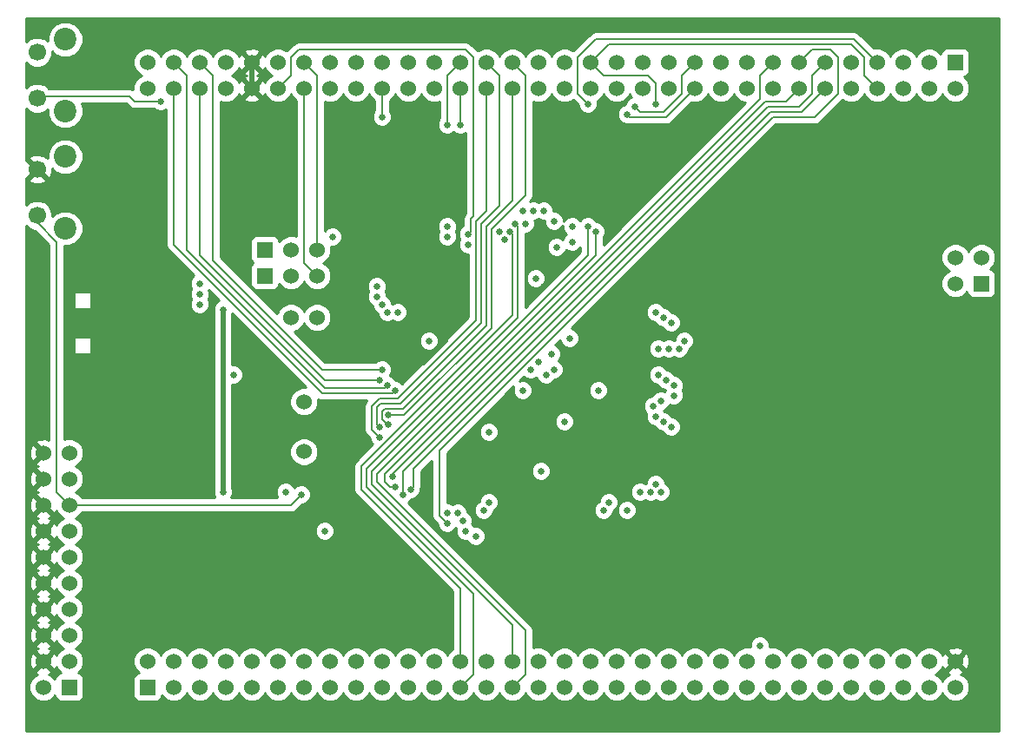
<source format=gbl>
G04 (created by PCBNEW-RS274X (2012-01-19 BZR 3256)-stable) date 13/09/2012 22:48:46*
G01*
G70*
G90*
%MOIN*%
G04 Gerber Fmt 3.4, Leading zero omitted, Abs format*
%FSLAX34Y34*%
G04 APERTURE LIST*
%ADD10C,0.006000*%
%ADD11C,0.060000*%
%ADD12R,0.060000X0.060000*%
%ADD13C,0.086600*%
%ADD14C,0.066900*%
%ADD15C,0.025000*%
%ADD16C,0.020000*%
%ADD17C,0.008000*%
%ADD18C,0.010000*%
G04 APERTURE END LIST*
G54D10*
G54D11*
X61500Y-58500D03*
X62500Y-57500D03*
G54D12*
X62500Y-58500D03*
G54D11*
X61500Y-57500D03*
X62500Y-56500D03*
X61500Y-56500D03*
X62500Y-55500D03*
X61500Y-55500D03*
X62500Y-54500D03*
X61500Y-54500D03*
X62500Y-53500D03*
X61500Y-53500D03*
X62500Y-52500D03*
X61500Y-52500D03*
X62500Y-51500D03*
X61500Y-51500D03*
X62500Y-50500D03*
X61500Y-50500D03*
X62500Y-49500D03*
X61500Y-49500D03*
X71500Y-47539D03*
X71500Y-49461D03*
X71000Y-44300D03*
X72000Y-44300D03*
G54D12*
X70000Y-41700D03*
G54D11*
X71000Y-41700D03*
X72000Y-41700D03*
G54D12*
X70000Y-42700D03*
G54D11*
X71000Y-42700D03*
X72000Y-42700D03*
G54D13*
X62341Y-33622D03*
X62341Y-36378D03*
G54D14*
X61258Y-34114D03*
X61258Y-35886D03*
G54D13*
X62341Y-38122D03*
X62341Y-40878D03*
G54D14*
X61258Y-38614D03*
X61258Y-40386D03*
G54D12*
X96500Y-34500D03*
G54D11*
X96500Y-35500D03*
X95500Y-34500D03*
X95500Y-35500D03*
X94500Y-34500D03*
X94500Y-35500D03*
X93500Y-34500D03*
X93500Y-35500D03*
X92500Y-34500D03*
X92500Y-35500D03*
X91500Y-34500D03*
X91500Y-35500D03*
X90500Y-34500D03*
X90500Y-35500D03*
X89500Y-34500D03*
X89500Y-35500D03*
X88500Y-34500D03*
X88500Y-35500D03*
X87500Y-34500D03*
X87500Y-35500D03*
X86500Y-34500D03*
X86500Y-35500D03*
X85500Y-34500D03*
X85500Y-35500D03*
X84500Y-34500D03*
X84500Y-35500D03*
X83500Y-34500D03*
X83500Y-35500D03*
X82500Y-34500D03*
X82500Y-35500D03*
X81500Y-34500D03*
X81500Y-35500D03*
X80500Y-34500D03*
X80500Y-35500D03*
X79500Y-34500D03*
X79500Y-35500D03*
X78500Y-34500D03*
X78500Y-35500D03*
X77500Y-34500D03*
X77500Y-35500D03*
X76500Y-34500D03*
X76500Y-35500D03*
X75500Y-34500D03*
X75500Y-35500D03*
X74500Y-34500D03*
X74500Y-35500D03*
X73500Y-34500D03*
X73500Y-35500D03*
X72500Y-34500D03*
X72500Y-35500D03*
X71500Y-34500D03*
X71500Y-35500D03*
X70500Y-34500D03*
X70500Y-35500D03*
X69500Y-34500D03*
X69500Y-35500D03*
X68500Y-34500D03*
X68500Y-35500D03*
X67500Y-34500D03*
X67500Y-35500D03*
X66500Y-34500D03*
X66500Y-35500D03*
X65500Y-34500D03*
X65500Y-35500D03*
G54D12*
X65500Y-58500D03*
G54D11*
X65500Y-57500D03*
X66500Y-58500D03*
X66500Y-57500D03*
X67500Y-58500D03*
X67500Y-57500D03*
X68500Y-58500D03*
X68500Y-57500D03*
X69500Y-58500D03*
X69500Y-57500D03*
X70500Y-58500D03*
X70500Y-57500D03*
X71500Y-58500D03*
X71500Y-57500D03*
X72500Y-58500D03*
X72500Y-57500D03*
X73500Y-58500D03*
X73500Y-57500D03*
X74500Y-58500D03*
X74500Y-57500D03*
X75500Y-58500D03*
X75500Y-57500D03*
X76500Y-58500D03*
X76500Y-57500D03*
X77500Y-58500D03*
X77500Y-57500D03*
X78500Y-58500D03*
X78500Y-57500D03*
X79500Y-58500D03*
X79500Y-57500D03*
X80500Y-58500D03*
X80500Y-57500D03*
X81500Y-58500D03*
X81500Y-57500D03*
X82500Y-58500D03*
X82500Y-57500D03*
X83500Y-58500D03*
X83500Y-57500D03*
X84500Y-58500D03*
X84500Y-57500D03*
X85500Y-58500D03*
X85500Y-57500D03*
X86500Y-58500D03*
X86500Y-57500D03*
X87500Y-58500D03*
X87500Y-57500D03*
X88500Y-58500D03*
X88500Y-57500D03*
X89500Y-58500D03*
X89500Y-57500D03*
X90500Y-58500D03*
X90500Y-57500D03*
X91500Y-58500D03*
X91500Y-57500D03*
X92500Y-58500D03*
X92500Y-57500D03*
X93500Y-58500D03*
X93500Y-57500D03*
X94500Y-58500D03*
X94500Y-57500D03*
X95500Y-58500D03*
X95500Y-57500D03*
X96500Y-58500D03*
X96500Y-57500D03*
G54D12*
X97500Y-43000D03*
G54D11*
X96500Y-43000D03*
X97500Y-42000D03*
X96500Y-42000D03*
G54D15*
X68400Y-51000D03*
X68400Y-44000D03*
X74500Y-46300D03*
X74400Y-46700D03*
X74700Y-46900D03*
X75000Y-47100D03*
X66000Y-36000D03*
X80200Y-46300D03*
X72600Y-41200D03*
X77000Y-51800D03*
X85700Y-47300D03*
X85700Y-46900D03*
X85400Y-46700D03*
X85100Y-46500D03*
X85600Y-48500D03*
X85300Y-48300D03*
X85000Y-48100D03*
X74300Y-43500D03*
X74500Y-43800D03*
X74700Y-44100D03*
X75100Y-44100D03*
X74300Y-43100D03*
X79600Y-40700D03*
X79400Y-41000D03*
X81800Y-41400D03*
X84900Y-47700D03*
X85200Y-47500D03*
X82700Y-41000D03*
X82400Y-40800D03*
X77800Y-41500D03*
X80700Y-40200D03*
X80300Y-40200D03*
X79900Y-40200D03*
X80000Y-40700D03*
X77000Y-41200D03*
X81800Y-40800D03*
X77000Y-40800D03*
X89000Y-56900D03*
X81100Y-40600D03*
X81200Y-41600D03*
X81100Y-46300D03*
X80800Y-46500D03*
X74750Y-48050D03*
X74750Y-48400D03*
X74400Y-48500D03*
X74400Y-48900D03*
X77000Y-36900D03*
X77700Y-52500D03*
X77500Y-36900D03*
X78100Y-52700D03*
X85100Y-45500D03*
X85500Y-45500D03*
X83000Y-51700D03*
X83200Y-51400D03*
X85000Y-36100D03*
X71400Y-51100D03*
X85600Y-44500D03*
X74500Y-36600D03*
X77600Y-52100D03*
X85300Y-44300D03*
X78400Y-51700D03*
X85000Y-44100D03*
X78600Y-51400D03*
X77800Y-41100D03*
X77400Y-51800D03*
X84200Y-36200D03*
X83900Y-36500D03*
X85900Y-45500D03*
X86100Y-45200D03*
X85000Y-50700D03*
X85200Y-51000D03*
X84400Y-51000D03*
X84800Y-51000D03*
X82400Y-36100D03*
X80500Y-46000D03*
X81000Y-45700D03*
X77000Y-52200D03*
X74900Y-50400D03*
X75000Y-50800D03*
X75600Y-50900D03*
X75300Y-51100D03*
X67500Y-43000D03*
X67500Y-43400D03*
X79900Y-47100D03*
X67500Y-43800D03*
X79200Y-41300D03*
X83100Y-36500D03*
X75000Y-46100D03*
X64600Y-46500D03*
X72700Y-43700D03*
X72600Y-49600D03*
X77000Y-42800D03*
X81400Y-52800D03*
X83000Y-52800D03*
X80700Y-43100D03*
X83000Y-47800D03*
X72700Y-44400D03*
X85900Y-36700D03*
X86100Y-46100D03*
X71900Y-48200D03*
X83600Y-46900D03*
X80400Y-49300D03*
X77200Y-52700D03*
X83900Y-51700D03*
X68800Y-46500D03*
X72300Y-52500D03*
X80400Y-42800D03*
X82800Y-47100D03*
X70800Y-51000D03*
X80600Y-50200D03*
X76300Y-45200D03*
X81700Y-45100D03*
X81500Y-48300D03*
X78600Y-48700D03*
X79000Y-41000D03*
G54D16*
X68400Y-51000D02*
X68400Y-44000D01*
G54D17*
X68000Y-35000D02*
X67500Y-34500D01*
X72200Y-46300D02*
X68000Y-42100D01*
X68000Y-35000D02*
X67500Y-34500D01*
X68000Y-42100D02*
X68000Y-35000D01*
X74500Y-46300D02*
X72200Y-46300D01*
X74400Y-46700D02*
X72300Y-46700D01*
X72300Y-46700D02*
X67500Y-41900D01*
X67500Y-41900D02*
X67500Y-35500D01*
X72300Y-47000D02*
X67000Y-41700D01*
X67000Y-35000D02*
X66500Y-34500D01*
X74600Y-47000D02*
X72300Y-47000D01*
X67000Y-41700D02*
X67000Y-35000D01*
X74700Y-46900D02*
X74600Y-47000D01*
X72200Y-47200D02*
X74900Y-47200D01*
X75000Y-47100D02*
X74900Y-47200D01*
X66500Y-41500D02*
X72200Y-47200D01*
X66500Y-35500D02*
X66500Y-41500D01*
X65000Y-36000D02*
X66000Y-36000D01*
X64800Y-35800D02*
X65000Y-36000D01*
X61258Y-35886D02*
X61344Y-35800D01*
X61344Y-35800D02*
X64800Y-35800D01*
X78000Y-58000D02*
X77500Y-58500D01*
X79600Y-40700D02*
X79700Y-40800D01*
X73900Y-50800D02*
X78000Y-54900D01*
X78000Y-54900D02*
X78000Y-58000D01*
X79700Y-44300D02*
X73900Y-50100D01*
X73900Y-50100D02*
X73900Y-50800D01*
X79700Y-40800D02*
X79700Y-44300D01*
X73700Y-50900D02*
X77500Y-54700D01*
X77500Y-54700D02*
X77500Y-57500D01*
X79500Y-41100D02*
X79500Y-44200D01*
X79500Y-44200D02*
X73700Y-50000D01*
X73700Y-50000D02*
X73700Y-50900D01*
X79400Y-41000D02*
X79500Y-41100D01*
X80000Y-58000D02*
X79500Y-58500D01*
X74300Y-50300D02*
X74300Y-50600D01*
X82700Y-41900D02*
X82700Y-41000D01*
X80000Y-56300D02*
X80000Y-58000D01*
X74300Y-50600D02*
X80000Y-56300D01*
X82700Y-41900D02*
X74300Y-50300D01*
X74100Y-50700D02*
X79500Y-56100D01*
X74100Y-50200D02*
X74100Y-50700D01*
X82400Y-41900D02*
X74100Y-50200D01*
X82400Y-40800D02*
X82400Y-41900D01*
X79500Y-56100D02*
X79500Y-57500D01*
X74750Y-48050D02*
X75350Y-48050D01*
X75350Y-48050D02*
X78700Y-44700D01*
X78700Y-44700D02*
X78700Y-40900D01*
X78700Y-40900D02*
X80000Y-39600D01*
X79500Y-34500D02*
X80000Y-35000D01*
X80000Y-39600D02*
X80000Y-35000D01*
X74500Y-48200D02*
X74500Y-47900D01*
X79500Y-39800D02*
X78500Y-40800D01*
X74750Y-48400D02*
X74700Y-48400D01*
X78500Y-44600D02*
X78500Y-40800D01*
X79500Y-35500D02*
X79500Y-39800D01*
X74500Y-47900D02*
X74600Y-47800D01*
X75300Y-47800D02*
X78500Y-44600D01*
X74700Y-48400D02*
X74500Y-48200D01*
X74600Y-47800D02*
X75300Y-47800D01*
X74300Y-47750D02*
X74450Y-47600D01*
X74400Y-48500D02*
X74300Y-48400D01*
X78500Y-34500D02*
X79000Y-35000D01*
X74300Y-48400D02*
X74300Y-47750D01*
X79000Y-40000D02*
X79000Y-35000D01*
X78300Y-40700D02*
X79000Y-40000D01*
X74450Y-47600D02*
X75200Y-47600D01*
X78300Y-44500D02*
X78300Y-40700D01*
X75200Y-47600D02*
X78300Y-44500D01*
X78500Y-40200D02*
X78100Y-40600D01*
X75100Y-47400D02*
X78100Y-44400D01*
X78500Y-35500D02*
X78500Y-40200D01*
X74400Y-48900D02*
X74100Y-48600D01*
X74400Y-47400D02*
X75100Y-47400D01*
X74100Y-48600D02*
X74100Y-47700D01*
X74100Y-47700D02*
X74400Y-47400D01*
X78100Y-44400D02*
X78100Y-40600D01*
X77000Y-36900D02*
X77000Y-35000D01*
X77000Y-35000D02*
X77500Y-34500D01*
X77500Y-35500D02*
X77500Y-36900D01*
X83200Y-33800D02*
X92500Y-33800D01*
X82500Y-34500D02*
X83000Y-35000D01*
X93000Y-35000D02*
X93000Y-34300D01*
X82500Y-34500D02*
X83200Y-33800D01*
X85000Y-35300D02*
X84700Y-35000D01*
X84700Y-35000D02*
X83000Y-35000D01*
X93500Y-35500D02*
X93000Y-35000D01*
X93000Y-34300D02*
X92500Y-33800D01*
X85000Y-36100D02*
X85000Y-35300D01*
X62500Y-51500D02*
X62000Y-51000D01*
X62500Y-51500D02*
X71000Y-51500D01*
X71000Y-51500D02*
X71400Y-51100D01*
X61258Y-40658D02*
X61258Y-40386D01*
X62000Y-41400D02*
X62000Y-51000D01*
X62000Y-41400D02*
X61258Y-40658D01*
X74500Y-36600D02*
X74500Y-35500D01*
X72000Y-41700D02*
X72000Y-35200D01*
X72000Y-35000D02*
X71500Y-34500D01*
X72000Y-35200D02*
X72000Y-35000D01*
X72000Y-42700D02*
X71500Y-42200D01*
X71500Y-42200D02*
X71500Y-35500D01*
X78000Y-40400D02*
X78000Y-34300D01*
X71000Y-35000D02*
X70500Y-35500D01*
X77700Y-34000D02*
X71300Y-34000D01*
X71000Y-34300D02*
X71000Y-35000D01*
X77900Y-41000D02*
X77900Y-40500D01*
X71300Y-34000D02*
X71000Y-34300D01*
X78000Y-34300D02*
X77700Y-34000D01*
X77900Y-40500D02*
X78000Y-40400D01*
X77800Y-41100D02*
X77900Y-41000D01*
X84400Y-36400D02*
X85300Y-36400D01*
X86000Y-35000D02*
X86500Y-34500D01*
X86000Y-35700D02*
X86000Y-35000D01*
X85300Y-36400D02*
X86000Y-35700D01*
X84200Y-36200D02*
X84400Y-36400D01*
X83900Y-36500D02*
X84000Y-36600D01*
X84000Y-36600D02*
X85400Y-36600D01*
X85400Y-36600D02*
X86500Y-35500D01*
X82700Y-33600D02*
X92600Y-33600D01*
X82400Y-36100D02*
X82000Y-35700D01*
X82000Y-34300D02*
X82000Y-35700D01*
X82000Y-34300D02*
X82700Y-33600D01*
X93500Y-34500D02*
X92600Y-33600D01*
X92000Y-34300D02*
X91700Y-34000D01*
X77000Y-52200D02*
X76700Y-51900D01*
X76700Y-51900D02*
X76700Y-49400D01*
X91000Y-34000D02*
X90500Y-34500D01*
X92000Y-35700D02*
X92000Y-34300D01*
X91100Y-36600D02*
X92000Y-35700D01*
X91700Y-34000D02*
X91000Y-34000D01*
X89500Y-36600D02*
X91100Y-36600D01*
X76700Y-49400D02*
X89500Y-36600D01*
X90000Y-36000D02*
X90500Y-35500D01*
X74900Y-50400D02*
X74900Y-50300D01*
X89200Y-36000D02*
X90000Y-36000D01*
X74900Y-50300D02*
X89200Y-36000D01*
X75000Y-50800D02*
X74800Y-50800D01*
X89000Y-35000D02*
X89500Y-34500D01*
X89000Y-35900D02*
X89000Y-35000D01*
X74600Y-50600D02*
X74600Y-50300D01*
X74600Y-50300D02*
X89000Y-35900D01*
X74800Y-50800D02*
X74600Y-50600D01*
X90600Y-36400D02*
X91500Y-35500D01*
X89400Y-36400D02*
X90600Y-36400D01*
X75700Y-50800D02*
X75700Y-50100D01*
X75700Y-50100D02*
X89400Y-36400D01*
X75600Y-50900D02*
X75700Y-50800D01*
X75300Y-50200D02*
X89300Y-36200D01*
X89300Y-36200D02*
X90500Y-36200D01*
X90500Y-36200D02*
X91000Y-35700D01*
X91000Y-35000D02*
X91500Y-34500D01*
X75300Y-51100D02*
X75300Y-50200D01*
X91000Y-35700D02*
X91000Y-35000D01*
X76100Y-46100D02*
X77000Y-45200D01*
X77000Y-45200D02*
X77000Y-42800D01*
X81000Y-53200D02*
X81400Y-52800D01*
X73300Y-44400D02*
X72700Y-44400D01*
X75000Y-46100D02*
X73300Y-44400D01*
X83000Y-52800D02*
X81400Y-52800D01*
X72600Y-49600D02*
X72600Y-48900D01*
X72600Y-48900D02*
X71900Y-48200D01*
X85900Y-36700D02*
X85600Y-37000D01*
X77700Y-53200D02*
X81000Y-53200D01*
X91800Y-52800D02*
X83000Y-52800D01*
X83600Y-37000D02*
X83100Y-36500D01*
G54D16*
X69500Y-34500D02*
X69500Y-35500D01*
G54D17*
X96500Y-57500D02*
X91800Y-52800D01*
X75000Y-46100D02*
X76100Y-46100D01*
X77700Y-53200D02*
X77200Y-52700D01*
X85600Y-37000D02*
X83600Y-37000D01*
X72700Y-43700D02*
X72700Y-44400D01*
G54D10*
G36*
X68247Y-43657D02*
X68188Y-43682D01*
X68083Y-43787D01*
X68025Y-43925D01*
X68025Y-44074D01*
X68050Y-44134D01*
X68050Y-50865D01*
X68025Y-50925D01*
X68025Y-51074D01*
X68081Y-51210D01*
X63330Y-51210D01*
X63330Y-45700D01*
X63330Y-45033D01*
X63330Y-43967D01*
X63330Y-43300D01*
X62663Y-43300D01*
X62663Y-43967D01*
X63330Y-43967D01*
X63330Y-45033D01*
X62663Y-45033D01*
X62663Y-45700D01*
X63330Y-45700D01*
X63330Y-51210D01*
X62973Y-51210D01*
X62965Y-51189D01*
X62811Y-51035D01*
X62726Y-51000D01*
X62811Y-50965D01*
X62965Y-50811D01*
X63049Y-50609D01*
X63049Y-50391D01*
X62965Y-50189D01*
X62811Y-50035D01*
X62726Y-50000D01*
X62811Y-49965D01*
X62965Y-49811D01*
X63049Y-49609D01*
X63049Y-49391D01*
X62965Y-49189D01*
X62811Y-49035D01*
X62609Y-48951D01*
X62391Y-48951D01*
X62290Y-48993D01*
X62290Y-41561D01*
X62476Y-41561D01*
X62727Y-41457D01*
X62919Y-41265D01*
X63024Y-41015D01*
X63024Y-40743D01*
X63024Y-38259D01*
X63024Y-37987D01*
X62920Y-37736D01*
X62728Y-37544D01*
X62478Y-37439D01*
X62206Y-37439D01*
X61955Y-37543D01*
X61763Y-37735D01*
X61658Y-37985D01*
X61658Y-38174D01*
X61607Y-38123D01*
X61572Y-38157D01*
X61559Y-38115D01*
X61345Y-38038D01*
X61118Y-38048D01*
X60957Y-38115D01*
X60926Y-38212D01*
X61223Y-38508D01*
X61258Y-38543D01*
X61329Y-38614D01*
X61364Y-38649D01*
X61660Y-38946D01*
X61757Y-38915D01*
X61834Y-38701D01*
X61828Y-38574D01*
X61954Y-38700D01*
X62204Y-38805D01*
X62476Y-38805D01*
X62727Y-38701D01*
X62919Y-38509D01*
X63024Y-38259D01*
X63024Y-40743D01*
X62920Y-40492D01*
X62728Y-40300D01*
X62478Y-40195D01*
X62206Y-40195D01*
X61955Y-40299D01*
X61842Y-40412D01*
X61842Y-40270D01*
X61753Y-40055D01*
X61590Y-39892D01*
X61590Y-39016D01*
X61258Y-38685D01*
X60926Y-39016D01*
X60957Y-39113D01*
X61171Y-39190D01*
X61398Y-39180D01*
X61559Y-39113D01*
X61590Y-39016D01*
X61590Y-39892D01*
X61589Y-39891D01*
X61374Y-39802D01*
X61142Y-39802D01*
X60927Y-39891D01*
X60825Y-39993D01*
X60825Y-38936D01*
X60856Y-38946D01*
X61187Y-38614D01*
X60856Y-38282D01*
X60825Y-38291D01*
X60825Y-36279D01*
X60927Y-36381D01*
X61142Y-36470D01*
X61374Y-36470D01*
X61589Y-36381D01*
X61658Y-36312D01*
X61658Y-36513D01*
X61762Y-36764D01*
X61954Y-36956D01*
X62204Y-37061D01*
X62476Y-37061D01*
X62727Y-36957D01*
X62919Y-36765D01*
X63024Y-36515D01*
X63024Y-36243D01*
X62960Y-36090D01*
X64680Y-36090D01*
X64794Y-36204D01*
X64795Y-36205D01*
X64888Y-36267D01*
X64889Y-36268D01*
X64999Y-36289D01*
X65000Y-36290D01*
X65760Y-36290D01*
X65787Y-36317D01*
X65925Y-36375D01*
X66074Y-36375D01*
X66210Y-36318D01*
X66210Y-41500D01*
X66232Y-41611D01*
X66295Y-41705D01*
X67280Y-42690D01*
X67183Y-42787D01*
X67125Y-42925D01*
X67125Y-43074D01*
X67177Y-43200D01*
X67125Y-43325D01*
X67125Y-43474D01*
X67177Y-43600D01*
X67125Y-43725D01*
X67125Y-43874D01*
X67182Y-44012D01*
X67287Y-44117D01*
X67425Y-44175D01*
X67574Y-44175D01*
X67712Y-44118D01*
X67817Y-44013D01*
X67875Y-43875D01*
X67875Y-43726D01*
X67822Y-43599D01*
X67875Y-43475D01*
X67875Y-43326D01*
X67846Y-43256D01*
X68247Y-43657D01*
X68247Y-43657D01*
G37*
G54D18*
X68247Y-43657D02*
X68188Y-43682D01*
X68083Y-43787D01*
X68025Y-43925D01*
X68025Y-44074D01*
X68050Y-44134D01*
X68050Y-50865D01*
X68025Y-50925D01*
X68025Y-51074D01*
X68081Y-51210D01*
X63330Y-51210D01*
X63330Y-45700D01*
X63330Y-45033D01*
X63330Y-43967D01*
X63330Y-43300D01*
X62663Y-43300D01*
X62663Y-43967D01*
X63330Y-43967D01*
X63330Y-45033D01*
X62663Y-45033D01*
X62663Y-45700D01*
X63330Y-45700D01*
X63330Y-51210D01*
X62973Y-51210D01*
X62965Y-51189D01*
X62811Y-51035D01*
X62726Y-51000D01*
X62811Y-50965D01*
X62965Y-50811D01*
X63049Y-50609D01*
X63049Y-50391D01*
X62965Y-50189D01*
X62811Y-50035D01*
X62726Y-50000D01*
X62811Y-49965D01*
X62965Y-49811D01*
X63049Y-49609D01*
X63049Y-49391D01*
X62965Y-49189D01*
X62811Y-49035D01*
X62609Y-48951D01*
X62391Y-48951D01*
X62290Y-48993D01*
X62290Y-41561D01*
X62476Y-41561D01*
X62727Y-41457D01*
X62919Y-41265D01*
X63024Y-41015D01*
X63024Y-40743D01*
X63024Y-38259D01*
X63024Y-37987D01*
X62920Y-37736D01*
X62728Y-37544D01*
X62478Y-37439D01*
X62206Y-37439D01*
X61955Y-37543D01*
X61763Y-37735D01*
X61658Y-37985D01*
X61658Y-38174D01*
X61607Y-38123D01*
X61572Y-38157D01*
X61559Y-38115D01*
X61345Y-38038D01*
X61118Y-38048D01*
X60957Y-38115D01*
X60926Y-38212D01*
X61223Y-38508D01*
X61258Y-38543D01*
X61329Y-38614D01*
X61364Y-38649D01*
X61660Y-38946D01*
X61757Y-38915D01*
X61834Y-38701D01*
X61828Y-38574D01*
X61954Y-38700D01*
X62204Y-38805D01*
X62476Y-38805D01*
X62727Y-38701D01*
X62919Y-38509D01*
X63024Y-38259D01*
X63024Y-40743D01*
X62920Y-40492D01*
X62728Y-40300D01*
X62478Y-40195D01*
X62206Y-40195D01*
X61955Y-40299D01*
X61842Y-40412D01*
X61842Y-40270D01*
X61753Y-40055D01*
X61590Y-39892D01*
X61590Y-39016D01*
X61258Y-38685D01*
X60926Y-39016D01*
X60957Y-39113D01*
X61171Y-39190D01*
X61398Y-39180D01*
X61559Y-39113D01*
X61590Y-39016D01*
X61590Y-39892D01*
X61589Y-39891D01*
X61374Y-39802D01*
X61142Y-39802D01*
X60927Y-39891D01*
X60825Y-39993D01*
X60825Y-38936D01*
X60856Y-38946D01*
X61187Y-38614D01*
X60856Y-38282D01*
X60825Y-38291D01*
X60825Y-36279D01*
X60927Y-36381D01*
X61142Y-36470D01*
X61374Y-36470D01*
X61589Y-36381D01*
X61658Y-36312D01*
X61658Y-36513D01*
X61762Y-36764D01*
X61954Y-36956D01*
X62204Y-37061D01*
X62476Y-37061D01*
X62727Y-36957D01*
X62919Y-36765D01*
X63024Y-36515D01*
X63024Y-36243D01*
X62960Y-36090D01*
X64680Y-36090D01*
X64794Y-36204D01*
X64795Y-36205D01*
X64888Y-36267D01*
X64889Y-36268D01*
X64999Y-36289D01*
X65000Y-36290D01*
X65760Y-36290D01*
X65787Y-36317D01*
X65925Y-36375D01*
X66074Y-36375D01*
X66210Y-36318D01*
X66210Y-41500D01*
X66232Y-41611D01*
X66295Y-41705D01*
X67280Y-42690D01*
X67183Y-42787D01*
X67125Y-42925D01*
X67125Y-43074D01*
X67177Y-43200D01*
X67125Y-43325D01*
X67125Y-43474D01*
X67177Y-43600D01*
X67125Y-43725D01*
X67125Y-43874D01*
X67182Y-44012D01*
X67287Y-44117D01*
X67425Y-44175D01*
X67574Y-44175D01*
X67712Y-44118D01*
X67817Y-44013D01*
X67875Y-43875D01*
X67875Y-43726D01*
X67822Y-43599D01*
X67875Y-43475D01*
X67875Y-43326D01*
X67846Y-43256D01*
X68247Y-43657D01*
G54D10*
G36*
X82110Y-41780D02*
X80775Y-43115D01*
X80775Y-42875D01*
X80775Y-42726D01*
X80718Y-42588D01*
X80613Y-42483D01*
X80475Y-42425D01*
X80326Y-42425D01*
X80188Y-42482D01*
X80083Y-42587D01*
X80025Y-42725D01*
X80025Y-42874D01*
X80082Y-43012D01*
X80187Y-43117D01*
X80325Y-43175D01*
X80474Y-43175D01*
X80612Y-43118D01*
X80717Y-43013D01*
X80775Y-42875D01*
X80775Y-43115D01*
X79990Y-43900D01*
X79990Y-41075D01*
X80074Y-41075D01*
X80212Y-41018D01*
X80317Y-40913D01*
X80375Y-40775D01*
X80375Y-40626D01*
X80353Y-40575D01*
X80374Y-40575D01*
X80500Y-40522D01*
X80625Y-40575D01*
X80725Y-40575D01*
X80725Y-40674D01*
X80782Y-40812D01*
X80887Y-40917D01*
X81025Y-40975D01*
X81174Y-40975D01*
X81312Y-40918D01*
X81417Y-40813D01*
X81425Y-40793D01*
X81425Y-40874D01*
X81482Y-41012D01*
X81570Y-41100D01*
X81483Y-41187D01*
X81433Y-41303D01*
X81413Y-41283D01*
X81275Y-41225D01*
X81126Y-41225D01*
X80988Y-41282D01*
X80883Y-41387D01*
X80825Y-41525D01*
X80825Y-41674D01*
X80882Y-41812D01*
X80987Y-41917D01*
X81125Y-41975D01*
X81274Y-41975D01*
X81412Y-41918D01*
X81517Y-41813D01*
X81566Y-41696D01*
X81587Y-41717D01*
X81725Y-41775D01*
X81874Y-41775D01*
X82012Y-41718D01*
X82110Y-41620D01*
X82110Y-41780D01*
X82110Y-41780D01*
G37*
G54D18*
X82110Y-41780D02*
X80775Y-43115D01*
X80775Y-42875D01*
X80775Y-42726D01*
X80718Y-42588D01*
X80613Y-42483D01*
X80475Y-42425D01*
X80326Y-42425D01*
X80188Y-42482D01*
X80083Y-42587D01*
X80025Y-42725D01*
X80025Y-42874D01*
X80082Y-43012D01*
X80187Y-43117D01*
X80325Y-43175D01*
X80474Y-43175D01*
X80612Y-43118D01*
X80717Y-43013D01*
X80775Y-42875D01*
X80775Y-43115D01*
X79990Y-43900D01*
X79990Y-41075D01*
X80074Y-41075D01*
X80212Y-41018D01*
X80317Y-40913D01*
X80375Y-40775D01*
X80375Y-40626D01*
X80353Y-40575D01*
X80374Y-40575D01*
X80500Y-40522D01*
X80625Y-40575D01*
X80725Y-40575D01*
X80725Y-40674D01*
X80782Y-40812D01*
X80887Y-40917D01*
X81025Y-40975D01*
X81174Y-40975D01*
X81312Y-40918D01*
X81417Y-40813D01*
X81425Y-40793D01*
X81425Y-40874D01*
X81482Y-41012D01*
X81570Y-41100D01*
X81483Y-41187D01*
X81433Y-41303D01*
X81413Y-41283D01*
X81275Y-41225D01*
X81126Y-41225D01*
X80988Y-41282D01*
X80883Y-41387D01*
X80825Y-41525D01*
X80825Y-41674D01*
X80882Y-41812D01*
X80987Y-41917D01*
X81125Y-41975D01*
X81274Y-41975D01*
X81412Y-41918D01*
X81517Y-41813D01*
X81566Y-41696D01*
X81587Y-41717D01*
X81725Y-41775D01*
X81874Y-41775D01*
X82012Y-41718D01*
X82110Y-41620D01*
X82110Y-41780D01*
G54D10*
G36*
X88440Y-36049D02*
X82990Y-41499D01*
X82990Y-41240D01*
X83017Y-41213D01*
X83075Y-41075D01*
X83075Y-40926D01*
X83018Y-40788D01*
X82913Y-40683D01*
X82775Y-40625D01*
X82733Y-40625D01*
X82718Y-40588D01*
X82613Y-40483D01*
X82475Y-40425D01*
X82326Y-40425D01*
X82188Y-40482D01*
X82100Y-40570D01*
X82013Y-40483D01*
X81875Y-40425D01*
X81726Y-40425D01*
X81588Y-40482D01*
X81483Y-40587D01*
X81475Y-40606D01*
X81475Y-40526D01*
X81418Y-40388D01*
X81313Y-40283D01*
X81175Y-40225D01*
X81075Y-40225D01*
X81075Y-40126D01*
X81018Y-39988D01*
X80913Y-39883D01*
X80775Y-39825D01*
X80626Y-39825D01*
X80499Y-39877D01*
X80375Y-39825D01*
X80226Y-39825D01*
X80156Y-39853D01*
X80205Y-39805D01*
X80268Y-39711D01*
X80290Y-39600D01*
X80290Y-36007D01*
X80391Y-36049D01*
X80609Y-36049D01*
X80811Y-35965D01*
X80965Y-35811D01*
X81000Y-35726D01*
X81035Y-35811D01*
X81189Y-35965D01*
X81391Y-36049D01*
X81609Y-36049D01*
X81811Y-35965D01*
X81832Y-35943D01*
X82025Y-36135D01*
X82025Y-36174D01*
X82082Y-36312D01*
X82187Y-36417D01*
X82325Y-36475D01*
X82474Y-36475D01*
X82612Y-36418D01*
X82717Y-36313D01*
X82775Y-36175D01*
X82775Y-36026D01*
X82758Y-35986D01*
X82811Y-35965D01*
X82965Y-35811D01*
X83000Y-35726D01*
X83035Y-35811D01*
X83189Y-35965D01*
X83391Y-36049D01*
X83609Y-36049D01*
X83811Y-35965D01*
X83965Y-35811D01*
X84000Y-35726D01*
X84035Y-35811D01*
X84071Y-35847D01*
X83988Y-35882D01*
X83883Y-35987D01*
X83825Y-36125D01*
X83688Y-36182D01*
X83583Y-36287D01*
X83525Y-36425D01*
X83525Y-36574D01*
X83582Y-36712D01*
X83687Y-36817D01*
X83825Y-36875D01*
X83924Y-36875D01*
X84000Y-36890D01*
X85400Y-36890D01*
X85511Y-36868D01*
X85605Y-36805D01*
X86370Y-36040D01*
X86391Y-36049D01*
X86609Y-36049D01*
X86811Y-35965D01*
X86965Y-35811D01*
X87000Y-35726D01*
X87035Y-35811D01*
X87189Y-35965D01*
X87391Y-36049D01*
X87609Y-36049D01*
X87811Y-35965D01*
X87965Y-35811D01*
X88000Y-35726D01*
X88035Y-35811D01*
X88189Y-35965D01*
X88391Y-36049D01*
X88440Y-36049D01*
X88440Y-36049D01*
G37*
G54D18*
X88440Y-36049D02*
X82990Y-41499D01*
X82990Y-41240D01*
X83017Y-41213D01*
X83075Y-41075D01*
X83075Y-40926D01*
X83018Y-40788D01*
X82913Y-40683D01*
X82775Y-40625D01*
X82733Y-40625D01*
X82718Y-40588D01*
X82613Y-40483D01*
X82475Y-40425D01*
X82326Y-40425D01*
X82188Y-40482D01*
X82100Y-40570D01*
X82013Y-40483D01*
X81875Y-40425D01*
X81726Y-40425D01*
X81588Y-40482D01*
X81483Y-40587D01*
X81475Y-40606D01*
X81475Y-40526D01*
X81418Y-40388D01*
X81313Y-40283D01*
X81175Y-40225D01*
X81075Y-40225D01*
X81075Y-40126D01*
X81018Y-39988D01*
X80913Y-39883D01*
X80775Y-39825D01*
X80626Y-39825D01*
X80499Y-39877D01*
X80375Y-39825D01*
X80226Y-39825D01*
X80156Y-39853D01*
X80205Y-39805D01*
X80268Y-39711D01*
X80290Y-39600D01*
X80290Y-36007D01*
X80391Y-36049D01*
X80609Y-36049D01*
X80811Y-35965D01*
X80965Y-35811D01*
X81000Y-35726D01*
X81035Y-35811D01*
X81189Y-35965D01*
X81391Y-36049D01*
X81609Y-36049D01*
X81811Y-35965D01*
X81832Y-35943D01*
X82025Y-36135D01*
X82025Y-36174D01*
X82082Y-36312D01*
X82187Y-36417D01*
X82325Y-36475D01*
X82474Y-36475D01*
X82612Y-36418D01*
X82717Y-36313D01*
X82775Y-36175D01*
X82775Y-36026D01*
X82758Y-35986D01*
X82811Y-35965D01*
X82965Y-35811D01*
X83000Y-35726D01*
X83035Y-35811D01*
X83189Y-35965D01*
X83391Y-36049D01*
X83609Y-36049D01*
X83811Y-35965D01*
X83965Y-35811D01*
X84000Y-35726D01*
X84035Y-35811D01*
X84071Y-35847D01*
X83988Y-35882D01*
X83883Y-35987D01*
X83825Y-36125D01*
X83688Y-36182D01*
X83583Y-36287D01*
X83525Y-36425D01*
X83525Y-36574D01*
X83582Y-36712D01*
X83687Y-36817D01*
X83825Y-36875D01*
X83924Y-36875D01*
X84000Y-36890D01*
X85400Y-36890D01*
X85511Y-36868D01*
X85605Y-36805D01*
X86370Y-36040D01*
X86391Y-36049D01*
X86609Y-36049D01*
X86811Y-35965D01*
X86965Y-35811D01*
X87000Y-35726D01*
X87035Y-35811D01*
X87189Y-35965D01*
X87391Y-36049D01*
X87609Y-36049D01*
X87811Y-35965D01*
X87965Y-35811D01*
X88000Y-35726D01*
X88035Y-35811D01*
X88189Y-35965D01*
X88391Y-36049D01*
X88440Y-36049D01*
G54D10*
G36*
X98175Y-60175D02*
X98049Y-60175D01*
X98049Y-43350D01*
X98049Y-43251D01*
X98049Y-42651D01*
X98011Y-42559D01*
X97941Y-42489D01*
X97850Y-42451D01*
X97825Y-42451D01*
X97965Y-42311D01*
X98049Y-42109D01*
X98049Y-41891D01*
X97965Y-41689D01*
X97811Y-41535D01*
X97609Y-41451D01*
X97391Y-41451D01*
X97189Y-41535D01*
X97035Y-41689D01*
X97000Y-41773D01*
X96965Y-41689D01*
X96811Y-41535D01*
X96609Y-41451D01*
X96391Y-41451D01*
X96189Y-41535D01*
X96035Y-41689D01*
X95951Y-41891D01*
X95951Y-42109D01*
X96035Y-42311D01*
X96189Y-42465D01*
X96273Y-42500D01*
X96189Y-42535D01*
X96035Y-42689D01*
X95951Y-42891D01*
X95951Y-43109D01*
X96035Y-43311D01*
X96189Y-43465D01*
X96391Y-43549D01*
X96609Y-43549D01*
X96811Y-43465D01*
X96951Y-43325D01*
X96951Y-43349D01*
X96989Y-43441D01*
X97059Y-43511D01*
X97150Y-43549D01*
X97249Y-43549D01*
X97849Y-43549D01*
X97941Y-43511D01*
X98011Y-43441D01*
X98049Y-43350D01*
X98049Y-60175D01*
X63330Y-60175D01*
X60825Y-60175D01*
X60825Y-40779D01*
X60927Y-40881D01*
X61142Y-40970D01*
X61160Y-40970D01*
X61710Y-41520D01*
X61710Y-49003D01*
X61579Y-48957D01*
X61366Y-48968D01*
X61219Y-49028D01*
X61192Y-49122D01*
X61465Y-49394D01*
X61500Y-49429D01*
X61571Y-49500D01*
X61500Y-49571D01*
X61429Y-49641D01*
X61429Y-49500D01*
X61122Y-49192D01*
X61028Y-49219D01*
X60957Y-49421D01*
X60968Y-49634D01*
X61028Y-49781D01*
X61122Y-49808D01*
X61429Y-49500D01*
X61429Y-49641D01*
X61192Y-49878D01*
X61219Y-49972D01*
X61292Y-49997D01*
X61219Y-50028D01*
X61192Y-50122D01*
X61465Y-50394D01*
X61500Y-50429D01*
X61571Y-50500D01*
X61500Y-50571D01*
X61429Y-50641D01*
X61429Y-50500D01*
X61122Y-50192D01*
X61028Y-50219D01*
X60957Y-50421D01*
X60968Y-50634D01*
X61028Y-50781D01*
X61122Y-50808D01*
X61429Y-50500D01*
X61429Y-50641D01*
X61192Y-50878D01*
X61219Y-50972D01*
X61292Y-50997D01*
X61219Y-51028D01*
X61192Y-51122D01*
X61465Y-51394D01*
X61500Y-51429D01*
X61571Y-51500D01*
X61606Y-51535D01*
X61878Y-51808D01*
X61972Y-51781D01*
X61995Y-51715D01*
X62035Y-51811D01*
X62189Y-51965D01*
X62273Y-52000D01*
X62189Y-52035D01*
X62035Y-52189D01*
X61997Y-52280D01*
X61972Y-52219D01*
X61878Y-52192D01*
X61808Y-52262D01*
X61808Y-52122D01*
X61781Y-52028D01*
X61707Y-52002D01*
X61781Y-51972D01*
X61808Y-51878D01*
X61500Y-51571D01*
X61429Y-51641D01*
X61429Y-51500D01*
X61122Y-51192D01*
X61028Y-51219D01*
X60957Y-51421D01*
X60968Y-51634D01*
X61028Y-51781D01*
X61122Y-51808D01*
X61429Y-51500D01*
X61429Y-51641D01*
X61192Y-51878D01*
X61219Y-51972D01*
X61292Y-51997D01*
X61219Y-52028D01*
X61192Y-52122D01*
X61500Y-52429D01*
X61808Y-52122D01*
X61808Y-52262D01*
X61571Y-52500D01*
X61878Y-52808D01*
X61972Y-52781D01*
X61995Y-52715D01*
X62035Y-52811D01*
X62189Y-52965D01*
X62273Y-53000D01*
X62189Y-53035D01*
X62035Y-53189D01*
X61997Y-53280D01*
X61972Y-53219D01*
X61878Y-53192D01*
X61808Y-53262D01*
X61808Y-53122D01*
X61781Y-53028D01*
X61707Y-53002D01*
X61781Y-52972D01*
X61808Y-52878D01*
X61500Y-52571D01*
X61429Y-52641D01*
X61429Y-52500D01*
X61122Y-52192D01*
X61028Y-52219D01*
X60957Y-52421D01*
X60968Y-52634D01*
X61028Y-52781D01*
X61122Y-52808D01*
X61429Y-52500D01*
X61429Y-52641D01*
X61192Y-52878D01*
X61219Y-52972D01*
X61292Y-52997D01*
X61219Y-53028D01*
X61192Y-53122D01*
X61500Y-53429D01*
X61808Y-53122D01*
X61808Y-53262D01*
X61571Y-53500D01*
X61878Y-53808D01*
X61972Y-53781D01*
X61995Y-53715D01*
X62035Y-53811D01*
X62189Y-53965D01*
X62273Y-54000D01*
X62189Y-54035D01*
X62035Y-54189D01*
X61997Y-54280D01*
X61972Y-54219D01*
X61878Y-54192D01*
X61808Y-54262D01*
X61808Y-54122D01*
X61781Y-54028D01*
X61707Y-54002D01*
X61781Y-53972D01*
X61808Y-53878D01*
X61500Y-53571D01*
X61429Y-53641D01*
X61429Y-53500D01*
X61122Y-53192D01*
X61028Y-53219D01*
X60957Y-53421D01*
X60968Y-53634D01*
X61028Y-53781D01*
X61122Y-53808D01*
X61429Y-53500D01*
X61429Y-53641D01*
X61192Y-53878D01*
X61219Y-53972D01*
X61292Y-53997D01*
X61219Y-54028D01*
X61192Y-54122D01*
X61500Y-54429D01*
X61808Y-54122D01*
X61808Y-54262D01*
X61571Y-54500D01*
X61878Y-54808D01*
X61972Y-54781D01*
X61995Y-54715D01*
X62035Y-54811D01*
X62189Y-54965D01*
X62273Y-55000D01*
X62189Y-55035D01*
X62035Y-55189D01*
X61997Y-55280D01*
X61972Y-55219D01*
X61878Y-55192D01*
X61808Y-55262D01*
X61808Y-55122D01*
X61781Y-55028D01*
X61707Y-55002D01*
X61781Y-54972D01*
X61808Y-54878D01*
X61500Y-54571D01*
X61429Y-54641D01*
X61429Y-54500D01*
X61122Y-54192D01*
X61028Y-54219D01*
X60957Y-54421D01*
X60968Y-54634D01*
X61028Y-54781D01*
X61122Y-54808D01*
X61429Y-54500D01*
X61429Y-54641D01*
X61192Y-54878D01*
X61219Y-54972D01*
X61292Y-54997D01*
X61219Y-55028D01*
X61192Y-55122D01*
X61500Y-55429D01*
X61808Y-55122D01*
X61808Y-55262D01*
X61571Y-55500D01*
X61878Y-55808D01*
X61972Y-55781D01*
X61995Y-55715D01*
X62035Y-55811D01*
X62189Y-55965D01*
X62273Y-56000D01*
X62189Y-56035D01*
X62035Y-56189D01*
X61997Y-56280D01*
X61972Y-56219D01*
X61878Y-56192D01*
X61808Y-56262D01*
X61808Y-56122D01*
X61781Y-56028D01*
X61707Y-56002D01*
X61781Y-55972D01*
X61808Y-55878D01*
X61500Y-55571D01*
X61429Y-55641D01*
X61429Y-55500D01*
X61122Y-55192D01*
X61028Y-55219D01*
X60957Y-55421D01*
X60968Y-55634D01*
X61028Y-55781D01*
X61122Y-55808D01*
X61429Y-55500D01*
X61429Y-55641D01*
X61192Y-55878D01*
X61219Y-55972D01*
X61292Y-55997D01*
X61219Y-56028D01*
X61192Y-56122D01*
X61500Y-56429D01*
X61808Y-56122D01*
X61808Y-56262D01*
X61571Y-56500D01*
X61878Y-56808D01*
X61972Y-56781D01*
X61995Y-56715D01*
X62035Y-56811D01*
X62189Y-56965D01*
X62273Y-57000D01*
X62189Y-57035D01*
X62035Y-57189D01*
X61997Y-57280D01*
X61972Y-57219D01*
X61878Y-57192D01*
X61808Y-57262D01*
X61808Y-57122D01*
X61781Y-57028D01*
X61707Y-57002D01*
X61781Y-56972D01*
X61808Y-56878D01*
X61500Y-56571D01*
X61429Y-56641D01*
X61429Y-56500D01*
X61122Y-56192D01*
X61028Y-56219D01*
X60957Y-56421D01*
X60968Y-56634D01*
X61028Y-56781D01*
X61122Y-56808D01*
X61429Y-56500D01*
X61429Y-56641D01*
X61192Y-56878D01*
X61219Y-56972D01*
X61292Y-56997D01*
X61219Y-57028D01*
X61192Y-57122D01*
X61500Y-57429D01*
X61808Y-57122D01*
X61808Y-57262D01*
X61571Y-57500D01*
X61878Y-57808D01*
X61972Y-57781D01*
X61995Y-57715D01*
X62035Y-57811D01*
X62175Y-57951D01*
X62151Y-57951D01*
X62059Y-57989D01*
X61989Y-58059D01*
X61951Y-58150D01*
X61951Y-58175D01*
X61811Y-58035D01*
X61719Y-57997D01*
X61781Y-57972D01*
X61808Y-57878D01*
X61500Y-57571D01*
X61429Y-57641D01*
X61429Y-57500D01*
X61122Y-57192D01*
X61028Y-57219D01*
X60957Y-57421D01*
X60968Y-57634D01*
X61028Y-57781D01*
X61122Y-57808D01*
X61429Y-57500D01*
X61429Y-57641D01*
X61192Y-57878D01*
X61219Y-57972D01*
X61284Y-57995D01*
X61189Y-58035D01*
X61035Y-58189D01*
X60951Y-58391D01*
X60951Y-58609D01*
X61035Y-58811D01*
X61189Y-58965D01*
X61391Y-59049D01*
X61609Y-59049D01*
X61811Y-58965D01*
X61951Y-58825D01*
X61951Y-58849D01*
X61989Y-58941D01*
X62059Y-59011D01*
X62150Y-59049D01*
X62249Y-59049D01*
X62849Y-59049D01*
X62941Y-59011D01*
X63011Y-58941D01*
X63049Y-58850D01*
X63049Y-58751D01*
X63049Y-58151D01*
X63011Y-58059D01*
X62941Y-57989D01*
X62850Y-57951D01*
X62825Y-57951D01*
X62965Y-57811D01*
X63049Y-57609D01*
X63049Y-57391D01*
X62965Y-57189D01*
X62811Y-57035D01*
X62726Y-57000D01*
X62811Y-56965D01*
X62965Y-56811D01*
X63049Y-56609D01*
X63049Y-56391D01*
X62965Y-56189D01*
X62811Y-56035D01*
X62726Y-56000D01*
X62811Y-55965D01*
X62965Y-55811D01*
X63049Y-55609D01*
X63049Y-55391D01*
X62965Y-55189D01*
X62811Y-55035D01*
X62726Y-55000D01*
X62811Y-54965D01*
X62965Y-54811D01*
X63049Y-54609D01*
X63049Y-54391D01*
X62965Y-54189D01*
X62811Y-54035D01*
X62726Y-54000D01*
X62811Y-53965D01*
X62965Y-53811D01*
X63049Y-53609D01*
X63049Y-53391D01*
X62965Y-53189D01*
X62811Y-53035D01*
X62726Y-53000D01*
X62811Y-52965D01*
X62965Y-52811D01*
X63049Y-52609D01*
X63049Y-52391D01*
X62965Y-52189D01*
X62811Y-52035D01*
X62726Y-52000D01*
X62811Y-51965D01*
X62965Y-51811D01*
X62973Y-51790D01*
X63330Y-51790D01*
X71000Y-51790D01*
X71111Y-51768D01*
X71205Y-51705D01*
X71435Y-51475D01*
X71474Y-51475D01*
X71612Y-51418D01*
X71717Y-51313D01*
X71775Y-51175D01*
X71775Y-51026D01*
X71718Y-50888D01*
X71613Y-50783D01*
X71475Y-50725D01*
X71326Y-50725D01*
X71188Y-50782D01*
X71136Y-50833D01*
X71118Y-50788D01*
X71013Y-50683D01*
X70875Y-50625D01*
X70726Y-50625D01*
X70588Y-50682D01*
X70483Y-50787D01*
X70425Y-50925D01*
X70425Y-51074D01*
X70481Y-51210D01*
X68718Y-51210D01*
X68775Y-51075D01*
X68775Y-50926D01*
X68750Y-50865D01*
X68750Y-46875D01*
X68874Y-46875D01*
X69012Y-46818D01*
X69117Y-46713D01*
X69175Y-46575D01*
X69175Y-46426D01*
X69118Y-46288D01*
X69013Y-46183D01*
X68875Y-46125D01*
X68750Y-46125D01*
X68750Y-44160D01*
X71580Y-46990D01*
X71391Y-46990D01*
X71189Y-47074D01*
X71035Y-47228D01*
X70951Y-47430D01*
X70951Y-47648D01*
X71035Y-47850D01*
X71189Y-48004D01*
X71391Y-48088D01*
X71609Y-48088D01*
X71811Y-48004D01*
X71965Y-47850D01*
X72049Y-47648D01*
X72049Y-47441D01*
X72089Y-47468D01*
X72200Y-47490D01*
X73900Y-47490D01*
X73895Y-47495D01*
X73832Y-47589D01*
X73810Y-47700D01*
X73810Y-48600D01*
X73832Y-48711D01*
X73895Y-48805D01*
X74025Y-48935D01*
X74025Y-48974D01*
X74082Y-49112D01*
X74130Y-49160D01*
X73495Y-49795D01*
X73432Y-49889D01*
X73410Y-50000D01*
X73410Y-50900D01*
X73432Y-51011D01*
X73495Y-51105D01*
X77210Y-54820D01*
X77210Y-57026D01*
X77189Y-57035D01*
X77035Y-57189D01*
X77000Y-57273D01*
X76965Y-57189D01*
X76811Y-57035D01*
X76609Y-56951D01*
X76391Y-56951D01*
X76189Y-57035D01*
X76035Y-57189D01*
X76000Y-57273D01*
X75965Y-57189D01*
X75811Y-57035D01*
X75609Y-56951D01*
X75391Y-56951D01*
X75189Y-57035D01*
X75035Y-57189D01*
X75000Y-57273D01*
X74965Y-57189D01*
X74811Y-57035D01*
X74609Y-56951D01*
X74391Y-56951D01*
X74189Y-57035D01*
X74035Y-57189D01*
X74000Y-57273D01*
X73965Y-57189D01*
X73811Y-57035D01*
X73609Y-56951D01*
X73391Y-56951D01*
X73189Y-57035D01*
X73035Y-57189D01*
X73000Y-57273D01*
X72965Y-57189D01*
X72811Y-57035D01*
X72675Y-56978D01*
X72675Y-52575D01*
X72675Y-52426D01*
X72618Y-52288D01*
X72513Y-52183D01*
X72375Y-52125D01*
X72226Y-52125D01*
X72088Y-52182D01*
X72049Y-52221D01*
X72049Y-49570D01*
X72049Y-49352D01*
X71965Y-49150D01*
X71811Y-48996D01*
X71609Y-48912D01*
X71391Y-48912D01*
X71189Y-48996D01*
X71035Y-49150D01*
X70951Y-49352D01*
X70951Y-49570D01*
X71035Y-49772D01*
X71189Y-49926D01*
X71391Y-50010D01*
X71609Y-50010D01*
X71811Y-49926D01*
X71965Y-49772D01*
X72049Y-49570D01*
X72049Y-52221D01*
X71983Y-52287D01*
X71925Y-52425D01*
X71925Y-52574D01*
X71982Y-52712D01*
X72087Y-52817D01*
X72225Y-52875D01*
X72374Y-52875D01*
X72512Y-52818D01*
X72617Y-52713D01*
X72675Y-52575D01*
X72675Y-56978D01*
X72609Y-56951D01*
X72391Y-56951D01*
X72189Y-57035D01*
X72035Y-57189D01*
X72000Y-57273D01*
X71965Y-57189D01*
X71811Y-57035D01*
X71609Y-56951D01*
X71391Y-56951D01*
X71189Y-57035D01*
X71035Y-57189D01*
X71000Y-57273D01*
X70965Y-57189D01*
X70811Y-57035D01*
X70609Y-56951D01*
X70391Y-56951D01*
X70189Y-57035D01*
X70035Y-57189D01*
X70000Y-57273D01*
X69965Y-57189D01*
X69811Y-57035D01*
X69609Y-56951D01*
X69391Y-56951D01*
X69189Y-57035D01*
X69035Y-57189D01*
X69000Y-57273D01*
X68965Y-57189D01*
X68811Y-57035D01*
X68609Y-56951D01*
X68391Y-56951D01*
X68189Y-57035D01*
X68035Y-57189D01*
X68000Y-57273D01*
X67965Y-57189D01*
X67811Y-57035D01*
X67609Y-56951D01*
X67391Y-56951D01*
X67189Y-57035D01*
X67035Y-57189D01*
X67000Y-57273D01*
X66965Y-57189D01*
X66811Y-57035D01*
X66609Y-56951D01*
X66391Y-56951D01*
X66189Y-57035D01*
X66035Y-57189D01*
X66000Y-57273D01*
X65965Y-57189D01*
X65811Y-57035D01*
X65609Y-56951D01*
X65391Y-56951D01*
X65189Y-57035D01*
X65035Y-57189D01*
X64951Y-57391D01*
X64951Y-57609D01*
X65035Y-57811D01*
X65175Y-57951D01*
X65151Y-57951D01*
X65059Y-57989D01*
X64989Y-58059D01*
X64951Y-58150D01*
X64951Y-58249D01*
X64951Y-58849D01*
X64989Y-58941D01*
X65059Y-59011D01*
X65150Y-59049D01*
X65249Y-59049D01*
X65849Y-59049D01*
X65941Y-59011D01*
X66011Y-58941D01*
X66049Y-58850D01*
X66049Y-58825D01*
X66189Y-58965D01*
X66391Y-59049D01*
X66609Y-59049D01*
X66811Y-58965D01*
X66965Y-58811D01*
X67000Y-58726D01*
X67035Y-58811D01*
X67189Y-58965D01*
X67391Y-59049D01*
X67609Y-59049D01*
X67811Y-58965D01*
X67965Y-58811D01*
X68000Y-58726D01*
X68035Y-58811D01*
X68189Y-58965D01*
X68391Y-59049D01*
X68609Y-59049D01*
X68811Y-58965D01*
X68965Y-58811D01*
X69000Y-58726D01*
X69035Y-58811D01*
X69189Y-58965D01*
X69391Y-59049D01*
X69609Y-59049D01*
X69811Y-58965D01*
X69965Y-58811D01*
X70000Y-58726D01*
X70035Y-58811D01*
X70189Y-58965D01*
X70391Y-59049D01*
X70609Y-59049D01*
X70811Y-58965D01*
X70965Y-58811D01*
X71000Y-58726D01*
X71035Y-58811D01*
X71189Y-58965D01*
X71391Y-59049D01*
X71609Y-59049D01*
X71811Y-58965D01*
X71965Y-58811D01*
X72000Y-58726D01*
X72035Y-58811D01*
X72189Y-58965D01*
X72391Y-59049D01*
X72609Y-59049D01*
X72811Y-58965D01*
X72965Y-58811D01*
X73000Y-58726D01*
X73035Y-58811D01*
X73189Y-58965D01*
X73391Y-59049D01*
X73609Y-59049D01*
X73811Y-58965D01*
X73965Y-58811D01*
X74000Y-58726D01*
X74035Y-58811D01*
X74189Y-58965D01*
X74391Y-59049D01*
X74609Y-59049D01*
X74811Y-58965D01*
X74965Y-58811D01*
X75000Y-58726D01*
X75035Y-58811D01*
X75189Y-58965D01*
X75391Y-59049D01*
X75609Y-59049D01*
X75811Y-58965D01*
X75965Y-58811D01*
X76000Y-58726D01*
X76035Y-58811D01*
X76189Y-58965D01*
X76391Y-59049D01*
X76609Y-59049D01*
X76811Y-58965D01*
X76965Y-58811D01*
X77000Y-58726D01*
X77035Y-58811D01*
X77189Y-58965D01*
X77391Y-59049D01*
X77609Y-59049D01*
X77811Y-58965D01*
X77965Y-58811D01*
X78000Y-58726D01*
X78035Y-58811D01*
X78189Y-58965D01*
X78391Y-59049D01*
X78609Y-59049D01*
X78811Y-58965D01*
X78965Y-58811D01*
X79000Y-58726D01*
X79035Y-58811D01*
X79189Y-58965D01*
X79391Y-59049D01*
X79609Y-59049D01*
X79811Y-58965D01*
X79965Y-58811D01*
X80000Y-58726D01*
X80035Y-58811D01*
X80189Y-58965D01*
X80391Y-59049D01*
X80609Y-59049D01*
X80811Y-58965D01*
X80965Y-58811D01*
X81000Y-58726D01*
X81035Y-58811D01*
X81189Y-58965D01*
X81391Y-59049D01*
X81609Y-59049D01*
X81811Y-58965D01*
X81965Y-58811D01*
X82000Y-58726D01*
X82035Y-58811D01*
X82189Y-58965D01*
X82391Y-59049D01*
X82609Y-59049D01*
X82811Y-58965D01*
X82965Y-58811D01*
X83000Y-58726D01*
X83035Y-58811D01*
X83189Y-58965D01*
X83391Y-59049D01*
X83609Y-59049D01*
X83811Y-58965D01*
X83965Y-58811D01*
X84000Y-58726D01*
X84035Y-58811D01*
X84189Y-58965D01*
X84391Y-59049D01*
X84609Y-59049D01*
X84811Y-58965D01*
X84965Y-58811D01*
X85000Y-58726D01*
X85035Y-58811D01*
X85189Y-58965D01*
X85391Y-59049D01*
X85609Y-59049D01*
X85811Y-58965D01*
X85965Y-58811D01*
X86000Y-58726D01*
X86035Y-58811D01*
X86189Y-58965D01*
X86391Y-59049D01*
X86609Y-59049D01*
X86811Y-58965D01*
X86965Y-58811D01*
X87000Y-58726D01*
X87035Y-58811D01*
X87189Y-58965D01*
X87391Y-59049D01*
X87609Y-59049D01*
X87811Y-58965D01*
X87965Y-58811D01*
X88000Y-58726D01*
X88035Y-58811D01*
X88189Y-58965D01*
X88391Y-59049D01*
X88609Y-59049D01*
X88811Y-58965D01*
X88965Y-58811D01*
X89000Y-58726D01*
X89035Y-58811D01*
X89189Y-58965D01*
X89391Y-59049D01*
X89609Y-59049D01*
X89811Y-58965D01*
X89965Y-58811D01*
X90000Y-58726D01*
X90035Y-58811D01*
X90189Y-58965D01*
X90391Y-59049D01*
X90609Y-59049D01*
X90811Y-58965D01*
X90965Y-58811D01*
X91000Y-58726D01*
X91035Y-58811D01*
X91189Y-58965D01*
X91391Y-59049D01*
X91609Y-59049D01*
X91811Y-58965D01*
X91965Y-58811D01*
X92000Y-58726D01*
X92035Y-58811D01*
X92189Y-58965D01*
X92391Y-59049D01*
X92609Y-59049D01*
X92811Y-58965D01*
X92965Y-58811D01*
X93000Y-58726D01*
X93035Y-58811D01*
X93189Y-58965D01*
X93391Y-59049D01*
X93609Y-59049D01*
X93811Y-58965D01*
X93965Y-58811D01*
X94000Y-58726D01*
X94035Y-58811D01*
X94189Y-58965D01*
X94391Y-59049D01*
X94609Y-59049D01*
X94811Y-58965D01*
X94965Y-58811D01*
X95000Y-58726D01*
X95035Y-58811D01*
X95189Y-58965D01*
X95391Y-59049D01*
X95609Y-59049D01*
X95811Y-58965D01*
X95965Y-58811D01*
X96000Y-58726D01*
X96035Y-58811D01*
X96189Y-58965D01*
X96391Y-59049D01*
X96609Y-59049D01*
X96811Y-58965D01*
X96965Y-58811D01*
X97049Y-58609D01*
X97049Y-58391D01*
X97043Y-58376D01*
X97043Y-57579D01*
X97032Y-57366D01*
X96972Y-57219D01*
X96878Y-57192D01*
X96808Y-57262D01*
X96808Y-57122D01*
X96781Y-57028D01*
X96579Y-56957D01*
X96366Y-56968D01*
X96219Y-57028D01*
X96192Y-57122D01*
X96500Y-57429D01*
X96808Y-57122D01*
X96808Y-57262D01*
X96571Y-57500D01*
X96878Y-57808D01*
X96972Y-57781D01*
X97043Y-57579D01*
X97043Y-58376D01*
X96965Y-58189D01*
X96811Y-58035D01*
X96719Y-57997D01*
X96781Y-57972D01*
X96808Y-57878D01*
X96500Y-57571D01*
X96192Y-57878D01*
X96219Y-57972D01*
X96284Y-57995D01*
X96189Y-58035D01*
X96035Y-58189D01*
X96000Y-58273D01*
X95965Y-58189D01*
X95811Y-58035D01*
X95726Y-58000D01*
X95811Y-57965D01*
X95965Y-57811D01*
X96002Y-57719D01*
X96028Y-57781D01*
X96122Y-57808D01*
X96429Y-57500D01*
X96122Y-57192D01*
X96028Y-57219D01*
X96004Y-57284D01*
X95965Y-57189D01*
X95811Y-57035D01*
X95609Y-56951D01*
X95391Y-56951D01*
X95189Y-57035D01*
X95035Y-57189D01*
X95000Y-57273D01*
X94965Y-57189D01*
X94811Y-57035D01*
X94609Y-56951D01*
X94391Y-56951D01*
X94189Y-57035D01*
X94035Y-57189D01*
X94000Y-57273D01*
X93965Y-57189D01*
X93811Y-57035D01*
X93609Y-56951D01*
X93391Y-56951D01*
X93189Y-57035D01*
X93035Y-57189D01*
X93000Y-57273D01*
X92965Y-57189D01*
X92811Y-57035D01*
X92609Y-56951D01*
X92391Y-56951D01*
X92189Y-57035D01*
X92035Y-57189D01*
X92000Y-57273D01*
X91965Y-57189D01*
X91811Y-57035D01*
X91609Y-56951D01*
X91391Y-56951D01*
X91189Y-57035D01*
X91035Y-57189D01*
X91000Y-57273D01*
X90965Y-57189D01*
X90811Y-57035D01*
X90609Y-56951D01*
X90391Y-56951D01*
X90189Y-57035D01*
X90035Y-57189D01*
X90000Y-57273D01*
X89965Y-57189D01*
X89811Y-57035D01*
X89609Y-56951D01*
X89391Y-56951D01*
X89375Y-56957D01*
X89375Y-56826D01*
X89318Y-56688D01*
X89213Y-56583D01*
X89075Y-56525D01*
X88926Y-56525D01*
X88788Y-56582D01*
X88683Y-56687D01*
X88625Y-56825D01*
X88625Y-56957D01*
X88609Y-56951D01*
X88391Y-56951D01*
X88189Y-57035D01*
X88035Y-57189D01*
X88000Y-57273D01*
X87965Y-57189D01*
X87811Y-57035D01*
X87609Y-56951D01*
X87391Y-56951D01*
X87189Y-57035D01*
X87035Y-57189D01*
X87000Y-57273D01*
X86965Y-57189D01*
X86811Y-57035D01*
X86609Y-56951D01*
X86475Y-56951D01*
X86475Y-45275D01*
X86475Y-45126D01*
X86418Y-44988D01*
X86313Y-44883D01*
X86175Y-44825D01*
X86026Y-44825D01*
X85975Y-44846D01*
X85975Y-44575D01*
X85975Y-44426D01*
X85918Y-44288D01*
X85813Y-44183D01*
X85675Y-44125D01*
X85633Y-44125D01*
X85618Y-44088D01*
X85513Y-43983D01*
X85375Y-43925D01*
X85333Y-43925D01*
X85318Y-43888D01*
X85213Y-43783D01*
X85075Y-43725D01*
X84926Y-43725D01*
X84788Y-43782D01*
X84683Y-43887D01*
X84625Y-44025D01*
X84625Y-44174D01*
X84682Y-44312D01*
X84787Y-44417D01*
X84925Y-44475D01*
X84966Y-44475D01*
X84982Y-44512D01*
X85087Y-44617D01*
X85225Y-44675D01*
X85266Y-44675D01*
X85282Y-44712D01*
X85387Y-44817D01*
X85525Y-44875D01*
X85674Y-44875D01*
X85812Y-44818D01*
X85917Y-44713D01*
X85975Y-44575D01*
X85975Y-44846D01*
X85888Y-44882D01*
X85783Y-44987D01*
X85725Y-45125D01*
X85725Y-45166D01*
X85699Y-45177D01*
X85575Y-45125D01*
X85426Y-45125D01*
X85299Y-45177D01*
X85175Y-45125D01*
X85026Y-45125D01*
X84888Y-45182D01*
X84783Y-45287D01*
X84725Y-45425D01*
X84725Y-45574D01*
X84782Y-45712D01*
X84887Y-45817D01*
X85025Y-45875D01*
X85174Y-45875D01*
X85300Y-45822D01*
X85425Y-45875D01*
X85574Y-45875D01*
X85700Y-45822D01*
X85825Y-45875D01*
X85974Y-45875D01*
X86112Y-45818D01*
X86217Y-45713D01*
X86275Y-45575D01*
X86275Y-45533D01*
X86312Y-45518D01*
X86417Y-45413D01*
X86475Y-45275D01*
X86475Y-56951D01*
X86391Y-56951D01*
X86189Y-57035D01*
X86075Y-57149D01*
X86075Y-47375D01*
X86075Y-47226D01*
X86022Y-47099D01*
X86075Y-46975D01*
X86075Y-46826D01*
X86018Y-46688D01*
X85913Y-46583D01*
X85775Y-46525D01*
X85733Y-46525D01*
X85718Y-46488D01*
X85613Y-46383D01*
X85475Y-46325D01*
X85433Y-46325D01*
X85418Y-46288D01*
X85313Y-46183D01*
X85175Y-46125D01*
X85026Y-46125D01*
X84888Y-46182D01*
X84783Y-46287D01*
X84725Y-46425D01*
X84725Y-46574D01*
X84782Y-46712D01*
X84887Y-46817D01*
X85025Y-46875D01*
X85066Y-46875D01*
X85082Y-46912D01*
X85187Y-47017D01*
X85325Y-47075D01*
X85366Y-47075D01*
X85377Y-47100D01*
X85353Y-47157D01*
X85275Y-47125D01*
X85126Y-47125D01*
X84988Y-47182D01*
X84883Y-47287D01*
X84867Y-47325D01*
X84826Y-47325D01*
X84688Y-47382D01*
X84583Y-47487D01*
X84525Y-47625D01*
X84525Y-47774D01*
X84582Y-47912D01*
X84645Y-47975D01*
X84625Y-48025D01*
X84625Y-48174D01*
X84682Y-48312D01*
X84787Y-48417D01*
X84925Y-48475D01*
X84966Y-48475D01*
X84982Y-48512D01*
X85087Y-48617D01*
X85225Y-48675D01*
X85266Y-48675D01*
X85282Y-48712D01*
X85387Y-48817D01*
X85525Y-48875D01*
X85674Y-48875D01*
X85812Y-48818D01*
X85917Y-48713D01*
X85975Y-48575D01*
X85975Y-48426D01*
X85918Y-48288D01*
X85813Y-48183D01*
X85675Y-48125D01*
X85633Y-48125D01*
X85618Y-48088D01*
X85513Y-47983D01*
X85375Y-47925D01*
X85333Y-47925D01*
X85318Y-47888D01*
X85295Y-47865D01*
X85412Y-47818D01*
X85517Y-47713D01*
X85546Y-47642D01*
X85625Y-47675D01*
X85774Y-47675D01*
X85912Y-47618D01*
X86017Y-47513D01*
X86075Y-47375D01*
X86075Y-57149D01*
X86035Y-57189D01*
X86000Y-57273D01*
X85965Y-57189D01*
X85811Y-57035D01*
X85609Y-56951D01*
X85575Y-56951D01*
X85575Y-51075D01*
X85575Y-50926D01*
X85518Y-50788D01*
X85413Y-50683D01*
X85375Y-50667D01*
X85375Y-50626D01*
X85318Y-50488D01*
X85213Y-50383D01*
X85075Y-50325D01*
X84926Y-50325D01*
X84788Y-50382D01*
X84683Y-50487D01*
X84625Y-50625D01*
X84625Y-50666D01*
X84599Y-50677D01*
X84475Y-50625D01*
X84326Y-50625D01*
X84188Y-50682D01*
X84083Y-50787D01*
X84025Y-50925D01*
X84025Y-51074D01*
X84082Y-51212D01*
X84187Y-51317D01*
X84325Y-51375D01*
X84474Y-51375D01*
X84600Y-51322D01*
X84725Y-51375D01*
X84874Y-51375D01*
X85000Y-51322D01*
X85125Y-51375D01*
X85274Y-51375D01*
X85412Y-51318D01*
X85517Y-51213D01*
X85575Y-51075D01*
X85575Y-56951D01*
X85391Y-56951D01*
X85189Y-57035D01*
X85035Y-57189D01*
X85000Y-57273D01*
X84965Y-57189D01*
X84811Y-57035D01*
X84609Y-56951D01*
X84391Y-56951D01*
X84275Y-56999D01*
X84275Y-51775D01*
X84275Y-51626D01*
X84218Y-51488D01*
X84113Y-51383D01*
X83975Y-51325D01*
X83826Y-51325D01*
X83688Y-51382D01*
X83583Y-51487D01*
X83575Y-51506D01*
X83575Y-51475D01*
X83575Y-51326D01*
X83518Y-51188D01*
X83413Y-51083D01*
X83275Y-51025D01*
X83175Y-51025D01*
X83175Y-47175D01*
X83175Y-47026D01*
X83118Y-46888D01*
X83013Y-46783D01*
X82875Y-46725D01*
X82726Y-46725D01*
X82588Y-46782D01*
X82483Y-46887D01*
X82425Y-47025D01*
X82425Y-47174D01*
X82482Y-47312D01*
X82587Y-47417D01*
X82725Y-47475D01*
X82874Y-47475D01*
X83012Y-47418D01*
X83117Y-47313D01*
X83175Y-47175D01*
X83175Y-51025D01*
X83126Y-51025D01*
X82988Y-51082D01*
X82883Y-51187D01*
X82825Y-51325D01*
X82825Y-51366D01*
X82788Y-51382D01*
X82683Y-51487D01*
X82625Y-51625D01*
X82625Y-51774D01*
X82682Y-51912D01*
X82787Y-52017D01*
X82925Y-52075D01*
X83074Y-52075D01*
X83212Y-52018D01*
X83317Y-51913D01*
X83375Y-51775D01*
X83375Y-51733D01*
X83412Y-51718D01*
X83517Y-51613D01*
X83575Y-51475D01*
X83575Y-51506D01*
X83525Y-51625D01*
X83525Y-51774D01*
X83582Y-51912D01*
X83687Y-52017D01*
X83825Y-52075D01*
X83974Y-52075D01*
X84112Y-52018D01*
X84217Y-51913D01*
X84275Y-51775D01*
X84275Y-56999D01*
X84189Y-57035D01*
X84035Y-57189D01*
X84000Y-57273D01*
X83965Y-57189D01*
X83811Y-57035D01*
X83609Y-56951D01*
X83391Y-56951D01*
X83189Y-57035D01*
X83035Y-57189D01*
X83000Y-57273D01*
X82965Y-57189D01*
X82811Y-57035D01*
X82609Y-56951D01*
X82391Y-56951D01*
X82189Y-57035D01*
X82035Y-57189D01*
X82000Y-57273D01*
X81965Y-57189D01*
X81875Y-57099D01*
X81875Y-48375D01*
X81875Y-48226D01*
X81818Y-48088D01*
X81713Y-47983D01*
X81575Y-47925D01*
X81426Y-47925D01*
X81288Y-47982D01*
X81183Y-48087D01*
X81125Y-48225D01*
X81125Y-48374D01*
X81182Y-48512D01*
X81287Y-48617D01*
X81425Y-48675D01*
X81574Y-48675D01*
X81712Y-48618D01*
X81817Y-48513D01*
X81875Y-48375D01*
X81875Y-57099D01*
X81811Y-57035D01*
X81609Y-56951D01*
X81391Y-56951D01*
X81189Y-57035D01*
X81035Y-57189D01*
X81000Y-57273D01*
X80975Y-57213D01*
X80975Y-50275D01*
X80975Y-50126D01*
X80918Y-49988D01*
X80813Y-49883D01*
X80675Y-49825D01*
X80526Y-49825D01*
X80388Y-49882D01*
X80283Y-49987D01*
X80225Y-50125D01*
X80225Y-50274D01*
X80282Y-50412D01*
X80387Y-50517D01*
X80525Y-50575D01*
X80674Y-50575D01*
X80812Y-50518D01*
X80917Y-50413D01*
X80975Y-50275D01*
X80975Y-57213D01*
X80965Y-57189D01*
X80811Y-57035D01*
X80609Y-56951D01*
X80391Y-56951D01*
X80290Y-56993D01*
X80290Y-56300D01*
X80268Y-56189D01*
X80205Y-56095D01*
X78975Y-54865D01*
X78975Y-51475D01*
X78975Y-51326D01*
X78975Y-48775D01*
X78975Y-48626D01*
X78918Y-48488D01*
X78813Y-48383D01*
X78675Y-48325D01*
X78526Y-48325D01*
X78388Y-48382D01*
X78283Y-48487D01*
X78225Y-48625D01*
X78225Y-48774D01*
X78282Y-48912D01*
X78387Y-49017D01*
X78525Y-49075D01*
X78674Y-49075D01*
X78812Y-49018D01*
X78917Y-48913D01*
X78975Y-48775D01*
X78975Y-51326D01*
X78918Y-51188D01*
X78813Y-51083D01*
X78675Y-51025D01*
X78526Y-51025D01*
X78388Y-51082D01*
X78283Y-51187D01*
X78225Y-51325D01*
X78225Y-51366D01*
X78188Y-51382D01*
X78083Y-51487D01*
X78025Y-51625D01*
X78025Y-51774D01*
X78082Y-51912D01*
X78187Y-52017D01*
X78325Y-52075D01*
X78474Y-52075D01*
X78612Y-52018D01*
X78717Y-51913D01*
X78775Y-51775D01*
X78775Y-51733D01*
X78812Y-51718D01*
X78917Y-51613D01*
X78975Y-51475D01*
X78975Y-54865D01*
X75520Y-51410D01*
X75617Y-51313D01*
X75632Y-51275D01*
X75674Y-51275D01*
X75812Y-51218D01*
X75917Y-51113D01*
X75975Y-50975D01*
X75975Y-50875D01*
X75990Y-50800D01*
X75990Y-50220D01*
X76410Y-49800D01*
X76410Y-51900D01*
X76432Y-52011D01*
X76495Y-52105D01*
X76625Y-52235D01*
X76625Y-52274D01*
X76682Y-52412D01*
X76787Y-52517D01*
X76925Y-52575D01*
X77074Y-52575D01*
X77212Y-52518D01*
X77317Y-52413D01*
X77336Y-52366D01*
X77345Y-52375D01*
X77325Y-52425D01*
X77325Y-52574D01*
X77382Y-52712D01*
X77487Y-52817D01*
X77625Y-52875D01*
X77766Y-52875D01*
X77782Y-52912D01*
X77887Y-53017D01*
X78025Y-53075D01*
X78174Y-53075D01*
X78312Y-53018D01*
X78417Y-52913D01*
X78475Y-52775D01*
X78475Y-52626D01*
X78418Y-52488D01*
X78313Y-52383D01*
X78175Y-52325D01*
X78033Y-52325D01*
X78018Y-52288D01*
X77954Y-52224D01*
X77975Y-52175D01*
X77975Y-52026D01*
X77918Y-51888D01*
X77813Y-51783D01*
X77775Y-51767D01*
X77775Y-51726D01*
X77718Y-51588D01*
X77613Y-51483D01*
X77475Y-51425D01*
X77326Y-51425D01*
X77199Y-51477D01*
X77075Y-51425D01*
X76990Y-51425D01*
X76990Y-49520D01*
X79554Y-46956D01*
X79525Y-47025D01*
X79525Y-47174D01*
X79582Y-47312D01*
X79687Y-47417D01*
X79825Y-47475D01*
X79974Y-47475D01*
X80112Y-47418D01*
X80217Y-47313D01*
X80275Y-47175D01*
X80275Y-47026D01*
X80218Y-46888D01*
X80113Y-46783D01*
X79975Y-46725D01*
X79826Y-46725D01*
X79756Y-46753D01*
X79940Y-46570D01*
X79987Y-46617D01*
X80125Y-46675D01*
X80274Y-46675D01*
X80412Y-46618D01*
X80434Y-46595D01*
X80482Y-46712D01*
X80587Y-46817D01*
X80725Y-46875D01*
X80874Y-46875D01*
X81012Y-46818D01*
X81117Y-46713D01*
X81132Y-46675D01*
X81174Y-46675D01*
X81312Y-46618D01*
X81417Y-46513D01*
X81475Y-46375D01*
X81475Y-46226D01*
X81418Y-46088D01*
X81313Y-45983D01*
X81266Y-45963D01*
X81317Y-45913D01*
X81375Y-45775D01*
X81375Y-45626D01*
X81318Y-45488D01*
X81213Y-45383D01*
X81152Y-45357D01*
X81328Y-45181D01*
X81382Y-45312D01*
X81487Y-45417D01*
X81625Y-45475D01*
X81774Y-45475D01*
X81912Y-45418D01*
X82017Y-45313D01*
X82075Y-45175D01*
X82075Y-45026D01*
X82018Y-44888D01*
X81913Y-44783D01*
X81782Y-44727D01*
X89620Y-36890D01*
X91100Y-36890D01*
X91211Y-36868D01*
X91305Y-36805D01*
X92167Y-35943D01*
X92189Y-35965D01*
X92391Y-36049D01*
X92609Y-36049D01*
X92811Y-35965D01*
X92965Y-35811D01*
X93000Y-35726D01*
X93035Y-35811D01*
X93189Y-35965D01*
X93391Y-36049D01*
X93609Y-36049D01*
X93811Y-35965D01*
X93965Y-35811D01*
X94000Y-35726D01*
X94035Y-35811D01*
X94189Y-35965D01*
X94391Y-36049D01*
X94609Y-36049D01*
X94811Y-35965D01*
X94965Y-35811D01*
X95000Y-35726D01*
X95035Y-35811D01*
X95189Y-35965D01*
X95391Y-36049D01*
X95609Y-36049D01*
X95811Y-35965D01*
X95965Y-35811D01*
X96000Y-35726D01*
X96035Y-35811D01*
X96189Y-35965D01*
X96391Y-36049D01*
X96609Y-36049D01*
X96811Y-35965D01*
X96965Y-35811D01*
X97049Y-35609D01*
X97049Y-35391D01*
X96965Y-35189D01*
X96825Y-35049D01*
X96849Y-35049D01*
X96941Y-35011D01*
X97011Y-34941D01*
X97049Y-34850D01*
X97049Y-34751D01*
X97049Y-34151D01*
X97011Y-34059D01*
X96941Y-33989D01*
X96850Y-33951D01*
X96751Y-33951D01*
X96151Y-33951D01*
X96059Y-33989D01*
X95989Y-34059D01*
X95951Y-34150D01*
X95951Y-34175D01*
X95811Y-34035D01*
X95609Y-33951D01*
X95391Y-33951D01*
X95189Y-34035D01*
X95035Y-34189D01*
X95000Y-34273D01*
X94965Y-34189D01*
X94811Y-34035D01*
X94609Y-33951D01*
X94391Y-33951D01*
X94189Y-34035D01*
X94035Y-34189D01*
X94000Y-34273D01*
X93965Y-34189D01*
X93811Y-34035D01*
X93609Y-33951D01*
X93391Y-33951D01*
X93370Y-33959D01*
X92805Y-33395D01*
X92711Y-33332D01*
X92600Y-33310D01*
X82700Y-33310D01*
X82589Y-33332D01*
X82495Y-33395D01*
X82494Y-33395D01*
X82494Y-33396D01*
X81833Y-34057D01*
X81811Y-34035D01*
X81609Y-33951D01*
X81391Y-33951D01*
X81189Y-34035D01*
X81035Y-34189D01*
X81000Y-34273D01*
X80965Y-34189D01*
X80811Y-34035D01*
X80609Y-33951D01*
X80391Y-33951D01*
X80189Y-34035D01*
X80035Y-34189D01*
X80000Y-34273D01*
X79965Y-34189D01*
X79811Y-34035D01*
X79609Y-33951D01*
X79391Y-33951D01*
X79189Y-34035D01*
X79035Y-34189D01*
X79000Y-34273D01*
X78965Y-34189D01*
X78811Y-34035D01*
X78609Y-33951D01*
X78391Y-33951D01*
X78189Y-34035D01*
X78167Y-34057D01*
X77905Y-33795D01*
X77811Y-33732D01*
X77700Y-33710D01*
X71300Y-33710D01*
X71189Y-33732D01*
X71095Y-33795D01*
X70833Y-34057D01*
X70811Y-34035D01*
X70609Y-33951D01*
X70391Y-33951D01*
X70189Y-34035D01*
X70035Y-34189D01*
X69997Y-34280D01*
X69972Y-34219D01*
X69878Y-34192D01*
X69808Y-34262D01*
X69808Y-34122D01*
X69781Y-34028D01*
X69579Y-33957D01*
X69366Y-33968D01*
X69219Y-34028D01*
X69192Y-34122D01*
X69500Y-34429D01*
X69808Y-34122D01*
X69808Y-34262D01*
X69571Y-34500D01*
X69878Y-34808D01*
X69972Y-34781D01*
X69995Y-34715D01*
X70035Y-34811D01*
X70189Y-34965D01*
X70273Y-35000D01*
X70189Y-35035D01*
X70035Y-35189D01*
X69997Y-35280D01*
X69972Y-35219D01*
X69878Y-35192D01*
X69808Y-35262D01*
X69808Y-35122D01*
X69781Y-35028D01*
X69707Y-35002D01*
X69781Y-34972D01*
X69808Y-34878D01*
X69500Y-34571D01*
X69192Y-34878D01*
X69219Y-34972D01*
X69292Y-34997D01*
X69219Y-35028D01*
X69192Y-35122D01*
X69500Y-35429D01*
X69808Y-35122D01*
X69808Y-35262D01*
X69571Y-35500D01*
X69878Y-35808D01*
X69972Y-35781D01*
X69995Y-35715D01*
X70035Y-35811D01*
X70189Y-35965D01*
X70391Y-36049D01*
X70609Y-36049D01*
X70811Y-35965D01*
X70965Y-35811D01*
X71000Y-35726D01*
X71035Y-35811D01*
X71189Y-35965D01*
X71210Y-35973D01*
X71210Y-41193D01*
X71109Y-41151D01*
X70891Y-41151D01*
X70689Y-41235D01*
X70549Y-41375D01*
X70549Y-41351D01*
X70511Y-41259D01*
X70441Y-41189D01*
X70350Y-41151D01*
X70251Y-41151D01*
X69808Y-41151D01*
X69808Y-35878D01*
X69500Y-35571D01*
X69192Y-35878D01*
X69219Y-35972D01*
X69421Y-36043D01*
X69634Y-36032D01*
X69781Y-35972D01*
X69808Y-35878D01*
X69808Y-41151D01*
X69651Y-41151D01*
X69559Y-41189D01*
X69489Y-41259D01*
X69451Y-41350D01*
X69451Y-41449D01*
X69451Y-42049D01*
X69489Y-42141D01*
X69548Y-42200D01*
X69489Y-42259D01*
X69451Y-42350D01*
X69451Y-42449D01*
X69451Y-43049D01*
X69489Y-43141D01*
X69559Y-43211D01*
X69650Y-43249D01*
X69749Y-43249D01*
X70349Y-43249D01*
X70441Y-43211D01*
X70511Y-43141D01*
X70549Y-43050D01*
X70549Y-43025D01*
X70689Y-43165D01*
X70891Y-43249D01*
X71109Y-43249D01*
X71311Y-43165D01*
X71465Y-43011D01*
X71500Y-42926D01*
X71535Y-43011D01*
X71689Y-43165D01*
X71891Y-43249D01*
X72109Y-43249D01*
X72311Y-43165D01*
X72465Y-43011D01*
X72549Y-42809D01*
X72549Y-42591D01*
X72465Y-42389D01*
X72311Y-42235D01*
X72226Y-42200D01*
X72311Y-42165D01*
X72465Y-42011D01*
X72549Y-41809D01*
X72549Y-41591D01*
X72542Y-41575D01*
X72674Y-41575D01*
X72812Y-41518D01*
X72917Y-41413D01*
X72975Y-41275D01*
X72975Y-41126D01*
X72918Y-40988D01*
X72813Y-40883D01*
X72675Y-40825D01*
X72526Y-40825D01*
X72388Y-40882D01*
X72290Y-40980D01*
X72290Y-36007D01*
X72391Y-36049D01*
X72609Y-36049D01*
X72811Y-35965D01*
X72965Y-35811D01*
X73000Y-35726D01*
X73035Y-35811D01*
X73189Y-35965D01*
X73391Y-36049D01*
X73609Y-36049D01*
X73811Y-35965D01*
X73965Y-35811D01*
X74000Y-35726D01*
X74035Y-35811D01*
X74189Y-35965D01*
X74210Y-35973D01*
X74210Y-36360D01*
X74183Y-36387D01*
X74125Y-36525D01*
X74125Y-36674D01*
X74182Y-36812D01*
X74287Y-36917D01*
X74425Y-36975D01*
X74574Y-36975D01*
X74712Y-36918D01*
X74817Y-36813D01*
X74875Y-36675D01*
X74875Y-36526D01*
X74818Y-36388D01*
X74790Y-36360D01*
X74790Y-35973D01*
X74811Y-35965D01*
X74965Y-35811D01*
X75000Y-35726D01*
X75035Y-35811D01*
X75189Y-35965D01*
X75391Y-36049D01*
X75609Y-36049D01*
X75811Y-35965D01*
X75965Y-35811D01*
X76000Y-35726D01*
X76035Y-35811D01*
X76189Y-35965D01*
X76391Y-36049D01*
X76609Y-36049D01*
X76710Y-36007D01*
X76710Y-36660D01*
X76683Y-36687D01*
X76625Y-36825D01*
X76625Y-36974D01*
X76682Y-37112D01*
X76787Y-37217D01*
X76925Y-37275D01*
X77074Y-37275D01*
X77212Y-37218D01*
X77250Y-37180D01*
X77287Y-37217D01*
X77425Y-37275D01*
X77574Y-37275D01*
X77710Y-37218D01*
X77710Y-40280D01*
X77695Y-40295D01*
X77632Y-40389D01*
X77610Y-40500D01*
X77610Y-40772D01*
X77588Y-40782D01*
X77483Y-40887D01*
X77425Y-41025D01*
X77425Y-41174D01*
X77477Y-41300D01*
X77425Y-41425D01*
X77425Y-41574D01*
X77482Y-41712D01*
X77587Y-41817D01*
X77725Y-41875D01*
X77810Y-41875D01*
X77810Y-44279D01*
X77375Y-44713D01*
X77375Y-41275D01*
X77375Y-41126D01*
X77322Y-40999D01*
X77375Y-40875D01*
X77375Y-40726D01*
X77318Y-40588D01*
X77213Y-40483D01*
X77075Y-40425D01*
X76926Y-40425D01*
X76788Y-40482D01*
X76683Y-40587D01*
X76625Y-40725D01*
X76625Y-40874D01*
X76677Y-41000D01*
X76625Y-41125D01*
X76625Y-41274D01*
X76682Y-41412D01*
X76787Y-41517D01*
X76925Y-41575D01*
X77074Y-41575D01*
X77212Y-41518D01*
X77317Y-41413D01*
X77375Y-41275D01*
X77375Y-44713D01*
X76675Y-45413D01*
X76675Y-45275D01*
X76675Y-45126D01*
X76618Y-44988D01*
X76513Y-44883D01*
X76375Y-44825D01*
X76226Y-44825D01*
X76088Y-44882D01*
X75983Y-44987D01*
X75925Y-45125D01*
X75925Y-45274D01*
X75982Y-45412D01*
X76087Y-45517D01*
X76225Y-45575D01*
X76374Y-45575D01*
X76512Y-45518D01*
X76617Y-45413D01*
X76675Y-45275D01*
X76675Y-45413D01*
X75475Y-46613D01*
X75475Y-44175D01*
X75475Y-44026D01*
X75418Y-43888D01*
X75313Y-43783D01*
X75175Y-43725D01*
X75026Y-43725D01*
X74899Y-43777D01*
X74875Y-43767D01*
X74875Y-43726D01*
X74818Y-43588D01*
X74713Y-43483D01*
X74675Y-43467D01*
X74675Y-43426D01*
X74622Y-43299D01*
X74675Y-43175D01*
X74675Y-43026D01*
X74618Y-42888D01*
X74513Y-42783D01*
X74375Y-42725D01*
X74226Y-42725D01*
X74088Y-42782D01*
X73983Y-42887D01*
X73925Y-43025D01*
X73925Y-43174D01*
X73977Y-43300D01*
X73925Y-43425D01*
X73925Y-43574D01*
X73982Y-43712D01*
X74087Y-43817D01*
X74125Y-43832D01*
X74125Y-43874D01*
X74182Y-44012D01*
X74287Y-44117D01*
X74325Y-44132D01*
X74325Y-44174D01*
X74382Y-44312D01*
X74487Y-44417D01*
X74625Y-44475D01*
X74774Y-44475D01*
X74900Y-44422D01*
X75025Y-44475D01*
X75174Y-44475D01*
X75312Y-44418D01*
X75417Y-44313D01*
X75475Y-44175D01*
X75475Y-46613D01*
X75259Y-46829D01*
X75213Y-46783D01*
X75075Y-46725D01*
X75033Y-46725D01*
X75018Y-46688D01*
X74913Y-46583D01*
X74796Y-46533D01*
X74817Y-46513D01*
X74875Y-46375D01*
X74875Y-46226D01*
X74818Y-46088D01*
X74713Y-45983D01*
X74575Y-45925D01*
X74426Y-45925D01*
X74288Y-45982D01*
X74260Y-46010D01*
X72320Y-46010D01*
X71144Y-44834D01*
X71311Y-44765D01*
X71465Y-44611D01*
X71500Y-44526D01*
X71535Y-44611D01*
X71689Y-44765D01*
X71891Y-44849D01*
X72109Y-44849D01*
X72311Y-44765D01*
X72465Y-44611D01*
X72549Y-44409D01*
X72549Y-44191D01*
X72465Y-43989D01*
X72311Y-43835D01*
X72109Y-43751D01*
X71891Y-43751D01*
X71689Y-43835D01*
X71535Y-43989D01*
X71500Y-44073D01*
X71465Y-43989D01*
X71311Y-43835D01*
X71109Y-43751D01*
X70891Y-43751D01*
X70689Y-43835D01*
X70535Y-43989D01*
X70465Y-44155D01*
X68290Y-41979D01*
X68290Y-36007D01*
X68391Y-36049D01*
X68609Y-36049D01*
X68811Y-35965D01*
X68965Y-35811D01*
X69002Y-35719D01*
X69028Y-35781D01*
X69122Y-35808D01*
X69429Y-35500D01*
X69122Y-35192D01*
X69028Y-35219D01*
X69004Y-35284D01*
X68965Y-35189D01*
X68811Y-35035D01*
X68726Y-35000D01*
X68811Y-34965D01*
X68965Y-34811D01*
X69002Y-34719D01*
X69028Y-34781D01*
X69122Y-34808D01*
X69429Y-34500D01*
X69122Y-34192D01*
X69028Y-34219D01*
X69004Y-34284D01*
X68965Y-34189D01*
X68811Y-34035D01*
X68609Y-33951D01*
X68391Y-33951D01*
X68189Y-34035D01*
X68035Y-34189D01*
X68000Y-34273D01*
X67965Y-34189D01*
X67811Y-34035D01*
X67609Y-33951D01*
X67391Y-33951D01*
X67189Y-34035D01*
X67035Y-34189D01*
X67000Y-34273D01*
X66965Y-34189D01*
X66811Y-34035D01*
X66609Y-33951D01*
X66391Y-33951D01*
X66189Y-34035D01*
X66035Y-34189D01*
X66000Y-34273D01*
X65965Y-34189D01*
X65811Y-34035D01*
X65609Y-33951D01*
X65391Y-33951D01*
X65189Y-34035D01*
X65035Y-34189D01*
X64951Y-34391D01*
X64951Y-34609D01*
X65035Y-34811D01*
X65189Y-34965D01*
X65273Y-35000D01*
X65189Y-35035D01*
X65035Y-35189D01*
X64951Y-35391D01*
X64951Y-35558D01*
X64911Y-35532D01*
X64800Y-35510D01*
X61708Y-35510D01*
X61589Y-35391D01*
X61374Y-35302D01*
X61142Y-35302D01*
X60927Y-35391D01*
X60825Y-35493D01*
X60825Y-34507D01*
X60927Y-34609D01*
X61142Y-34698D01*
X61374Y-34698D01*
X61589Y-34609D01*
X61753Y-34445D01*
X61842Y-34230D01*
X61842Y-34088D01*
X61954Y-34200D01*
X62204Y-34305D01*
X62476Y-34305D01*
X62727Y-34201D01*
X62919Y-34009D01*
X63024Y-33759D01*
X63024Y-33487D01*
X62920Y-33236D01*
X62728Y-33044D01*
X62478Y-32939D01*
X62206Y-32939D01*
X61955Y-33043D01*
X61763Y-33235D01*
X61658Y-33485D01*
X61658Y-33688D01*
X61589Y-33619D01*
X61374Y-33530D01*
X61142Y-33530D01*
X60927Y-33619D01*
X60825Y-33721D01*
X60825Y-32825D01*
X98175Y-32825D01*
X98175Y-60175D01*
X98175Y-60175D01*
G37*
G54D18*
X98175Y-60175D02*
X98049Y-60175D01*
X98049Y-43350D01*
X98049Y-43251D01*
X98049Y-42651D01*
X98011Y-42559D01*
X97941Y-42489D01*
X97850Y-42451D01*
X97825Y-42451D01*
X97965Y-42311D01*
X98049Y-42109D01*
X98049Y-41891D01*
X97965Y-41689D01*
X97811Y-41535D01*
X97609Y-41451D01*
X97391Y-41451D01*
X97189Y-41535D01*
X97035Y-41689D01*
X97000Y-41773D01*
X96965Y-41689D01*
X96811Y-41535D01*
X96609Y-41451D01*
X96391Y-41451D01*
X96189Y-41535D01*
X96035Y-41689D01*
X95951Y-41891D01*
X95951Y-42109D01*
X96035Y-42311D01*
X96189Y-42465D01*
X96273Y-42500D01*
X96189Y-42535D01*
X96035Y-42689D01*
X95951Y-42891D01*
X95951Y-43109D01*
X96035Y-43311D01*
X96189Y-43465D01*
X96391Y-43549D01*
X96609Y-43549D01*
X96811Y-43465D01*
X96951Y-43325D01*
X96951Y-43349D01*
X96989Y-43441D01*
X97059Y-43511D01*
X97150Y-43549D01*
X97249Y-43549D01*
X97849Y-43549D01*
X97941Y-43511D01*
X98011Y-43441D01*
X98049Y-43350D01*
X98049Y-60175D01*
X63330Y-60175D01*
X60825Y-60175D01*
X60825Y-40779D01*
X60927Y-40881D01*
X61142Y-40970D01*
X61160Y-40970D01*
X61710Y-41520D01*
X61710Y-49003D01*
X61579Y-48957D01*
X61366Y-48968D01*
X61219Y-49028D01*
X61192Y-49122D01*
X61465Y-49394D01*
X61500Y-49429D01*
X61571Y-49500D01*
X61500Y-49571D01*
X61429Y-49641D01*
X61429Y-49500D01*
X61122Y-49192D01*
X61028Y-49219D01*
X60957Y-49421D01*
X60968Y-49634D01*
X61028Y-49781D01*
X61122Y-49808D01*
X61429Y-49500D01*
X61429Y-49641D01*
X61192Y-49878D01*
X61219Y-49972D01*
X61292Y-49997D01*
X61219Y-50028D01*
X61192Y-50122D01*
X61465Y-50394D01*
X61500Y-50429D01*
X61571Y-50500D01*
X61500Y-50571D01*
X61429Y-50641D01*
X61429Y-50500D01*
X61122Y-50192D01*
X61028Y-50219D01*
X60957Y-50421D01*
X60968Y-50634D01*
X61028Y-50781D01*
X61122Y-50808D01*
X61429Y-50500D01*
X61429Y-50641D01*
X61192Y-50878D01*
X61219Y-50972D01*
X61292Y-50997D01*
X61219Y-51028D01*
X61192Y-51122D01*
X61465Y-51394D01*
X61500Y-51429D01*
X61571Y-51500D01*
X61606Y-51535D01*
X61878Y-51808D01*
X61972Y-51781D01*
X61995Y-51715D01*
X62035Y-51811D01*
X62189Y-51965D01*
X62273Y-52000D01*
X62189Y-52035D01*
X62035Y-52189D01*
X61997Y-52280D01*
X61972Y-52219D01*
X61878Y-52192D01*
X61808Y-52262D01*
X61808Y-52122D01*
X61781Y-52028D01*
X61707Y-52002D01*
X61781Y-51972D01*
X61808Y-51878D01*
X61500Y-51571D01*
X61429Y-51641D01*
X61429Y-51500D01*
X61122Y-51192D01*
X61028Y-51219D01*
X60957Y-51421D01*
X60968Y-51634D01*
X61028Y-51781D01*
X61122Y-51808D01*
X61429Y-51500D01*
X61429Y-51641D01*
X61192Y-51878D01*
X61219Y-51972D01*
X61292Y-51997D01*
X61219Y-52028D01*
X61192Y-52122D01*
X61500Y-52429D01*
X61808Y-52122D01*
X61808Y-52262D01*
X61571Y-52500D01*
X61878Y-52808D01*
X61972Y-52781D01*
X61995Y-52715D01*
X62035Y-52811D01*
X62189Y-52965D01*
X62273Y-53000D01*
X62189Y-53035D01*
X62035Y-53189D01*
X61997Y-53280D01*
X61972Y-53219D01*
X61878Y-53192D01*
X61808Y-53262D01*
X61808Y-53122D01*
X61781Y-53028D01*
X61707Y-53002D01*
X61781Y-52972D01*
X61808Y-52878D01*
X61500Y-52571D01*
X61429Y-52641D01*
X61429Y-52500D01*
X61122Y-52192D01*
X61028Y-52219D01*
X60957Y-52421D01*
X60968Y-52634D01*
X61028Y-52781D01*
X61122Y-52808D01*
X61429Y-52500D01*
X61429Y-52641D01*
X61192Y-52878D01*
X61219Y-52972D01*
X61292Y-52997D01*
X61219Y-53028D01*
X61192Y-53122D01*
X61500Y-53429D01*
X61808Y-53122D01*
X61808Y-53262D01*
X61571Y-53500D01*
X61878Y-53808D01*
X61972Y-53781D01*
X61995Y-53715D01*
X62035Y-53811D01*
X62189Y-53965D01*
X62273Y-54000D01*
X62189Y-54035D01*
X62035Y-54189D01*
X61997Y-54280D01*
X61972Y-54219D01*
X61878Y-54192D01*
X61808Y-54262D01*
X61808Y-54122D01*
X61781Y-54028D01*
X61707Y-54002D01*
X61781Y-53972D01*
X61808Y-53878D01*
X61500Y-53571D01*
X61429Y-53641D01*
X61429Y-53500D01*
X61122Y-53192D01*
X61028Y-53219D01*
X60957Y-53421D01*
X60968Y-53634D01*
X61028Y-53781D01*
X61122Y-53808D01*
X61429Y-53500D01*
X61429Y-53641D01*
X61192Y-53878D01*
X61219Y-53972D01*
X61292Y-53997D01*
X61219Y-54028D01*
X61192Y-54122D01*
X61500Y-54429D01*
X61808Y-54122D01*
X61808Y-54262D01*
X61571Y-54500D01*
X61878Y-54808D01*
X61972Y-54781D01*
X61995Y-54715D01*
X62035Y-54811D01*
X62189Y-54965D01*
X62273Y-55000D01*
X62189Y-55035D01*
X62035Y-55189D01*
X61997Y-55280D01*
X61972Y-55219D01*
X61878Y-55192D01*
X61808Y-55262D01*
X61808Y-55122D01*
X61781Y-55028D01*
X61707Y-55002D01*
X61781Y-54972D01*
X61808Y-54878D01*
X61500Y-54571D01*
X61429Y-54641D01*
X61429Y-54500D01*
X61122Y-54192D01*
X61028Y-54219D01*
X60957Y-54421D01*
X60968Y-54634D01*
X61028Y-54781D01*
X61122Y-54808D01*
X61429Y-54500D01*
X61429Y-54641D01*
X61192Y-54878D01*
X61219Y-54972D01*
X61292Y-54997D01*
X61219Y-55028D01*
X61192Y-55122D01*
X61500Y-55429D01*
X61808Y-55122D01*
X61808Y-55262D01*
X61571Y-55500D01*
X61878Y-55808D01*
X61972Y-55781D01*
X61995Y-55715D01*
X62035Y-55811D01*
X62189Y-55965D01*
X62273Y-56000D01*
X62189Y-56035D01*
X62035Y-56189D01*
X61997Y-56280D01*
X61972Y-56219D01*
X61878Y-56192D01*
X61808Y-56262D01*
X61808Y-56122D01*
X61781Y-56028D01*
X61707Y-56002D01*
X61781Y-55972D01*
X61808Y-55878D01*
X61500Y-55571D01*
X61429Y-55641D01*
X61429Y-55500D01*
X61122Y-55192D01*
X61028Y-55219D01*
X60957Y-55421D01*
X60968Y-55634D01*
X61028Y-55781D01*
X61122Y-55808D01*
X61429Y-55500D01*
X61429Y-55641D01*
X61192Y-55878D01*
X61219Y-55972D01*
X61292Y-55997D01*
X61219Y-56028D01*
X61192Y-56122D01*
X61500Y-56429D01*
X61808Y-56122D01*
X61808Y-56262D01*
X61571Y-56500D01*
X61878Y-56808D01*
X61972Y-56781D01*
X61995Y-56715D01*
X62035Y-56811D01*
X62189Y-56965D01*
X62273Y-57000D01*
X62189Y-57035D01*
X62035Y-57189D01*
X61997Y-57280D01*
X61972Y-57219D01*
X61878Y-57192D01*
X61808Y-57262D01*
X61808Y-57122D01*
X61781Y-57028D01*
X61707Y-57002D01*
X61781Y-56972D01*
X61808Y-56878D01*
X61500Y-56571D01*
X61429Y-56641D01*
X61429Y-56500D01*
X61122Y-56192D01*
X61028Y-56219D01*
X60957Y-56421D01*
X60968Y-56634D01*
X61028Y-56781D01*
X61122Y-56808D01*
X61429Y-56500D01*
X61429Y-56641D01*
X61192Y-56878D01*
X61219Y-56972D01*
X61292Y-56997D01*
X61219Y-57028D01*
X61192Y-57122D01*
X61500Y-57429D01*
X61808Y-57122D01*
X61808Y-57262D01*
X61571Y-57500D01*
X61878Y-57808D01*
X61972Y-57781D01*
X61995Y-57715D01*
X62035Y-57811D01*
X62175Y-57951D01*
X62151Y-57951D01*
X62059Y-57989D01*
X61989Y-58059D01*
X61951Y-58150D01*
X61951Y-58175D01*
X61811Y-58035D01*
X61719Y-57997D01*
X61781Y-57972D01*
X61808Y-57878D01*
X61500Y-57571D01*
X61429Y-57641D01*
X61429Y-57500D01*
X61122Y-57192D01*
X61028Y-57219D01*
X60957Y-57421D01*
X60968Y-57634D01*
X61028Y-57781D01*
X61122Y-57808D01*
X61429Y-57500D01*
X61429Y-57641D01*
X61192Y-57878D01*
X61219Y-57972D01*
X61284Y-57995D01*
X61189Y-58035D01*
X61035Y-58189D01*
X60951Y-58391D01*
X60951Y-58609D01*
X61035Y-58811D01*
X61189Y-58965D01*
X61391Y-59049D01*
X61609Y-59049D01*
X61811Y-58965D01*
X61951Y-58825D01*
X61951Y-58849D01*
X61989Y-58941D01*
X62059Y-59011D01*
X62150Y-59049D01*
X62249Y-59049D01*
X62849Y-59049D01*
X62941Y-59011D01*
X63011Y-58941D01*
X63049Y-58850D01*
X63049Y-58751D01*
X63049Y-58151D01*
X63011Y-58059D01*
X62941Y-57989D01*
X62850Y-57951D01*
X62825Y-57951D01*
X62965Y-57811D01*
X63049Y-57609D01*
X63049Y-57391D01*
X62965Y-57189D01*
X62811Y-57035D01*
X62726Y-57000D01*
X62811Y-56965D01*
X62965Y-56811D01*
X63049Y-56609D01*
X63049Y-56391D01*
X62965Y-56189D01*
X62811Y-56035D01*
X62726Y-56000D01*
X62811Y-55965D01*
X62965Y-55811D01*
X63049Y-55609D01*
X63049Y-55391D01*
X62965Y-55189D01*
X62811Y-55035D01*
X62726Y-55000D01*
X62811Y-54965D01*
X62965Y-54811D01*
X63049Y-54609D01*
X63049Y-54391D01*
X62965Y-54189D01*
X62811Y-54035D01*
X62726Y-54000D01*
X62811Y-53965D01*
X62965Y-53811D01*
X63049Y-53609D01*
X63049Y-53391D01*
X62965Y-53189D01*
X62811Y-53035D01*
X62726Y-53000D01*
X62811Y-52965D01*
X62965Y-52811D01*
X63049Y-52609D01*
X63049Y-52391D01*
X62965Y-52189D01*
X62811Y-52035D01*
X62726Y-52000D01*
X62811Y-51965D01*
X62965Y-51811D01*
X62973Y-51790D01*
X63330Y-51790D01*
X71000Y-51790D01*
X71111Y-51768D01*
X71205Y-51705D01*
X71435Y-51475D01*
X71474Y-51475D01*
X71612Y-51418D01*
X71717Y-51313D01*
X71775Y-51175D01*
X71775Y-51026D01*
X71718Y-50888D01*
X71613Y-50783D01*
X71475Y-50725D01*
X71326Y-50725D01*
X71188Y-50782D01*
X71136Y-50833D01*
X71118Y-50788D01*
X71013Y-50683D01*
X70875Y-50625D01*
X70726Y-50625D01*
X70588Y-50682D01*
X70483Y-50787D01*
X70425Y-50925D01*
X70425Y-51074D01*
X70481Y-51210D01*
X68718Y-51210D01*
X68775Y-51075D01*
X68775Y-50926D01*
X68750Y-50865D01*
X68750Y-46875D01*
X68874Y-46875D01*
X69012Y-46818D01*
X69117Y-46713D01*
X69175Y-46575D01*
X69175Y-46426D01*
X69118Y-46288D01*
X69013Y-46183D01*
X68875Y-46125D01*
X68750Y-46125D01*
X68750Y-44160D01*
X71580Y-46990D01*
X71391Y-46990D01*
X71189Y-47074D01*
X71035Y-47228D01*
X70951Y-47430D01*
X70951Y-47648D01*
X71035Y-47850D01*
X71189Y-48004D01*
X71391Y-48088D01*
X71609Y-48088D01*
X71811Y-48004D01*
X71965Y-47850D01*
X72049Y-47648D01*
X72049Y-47441D01*
X72089Y-47468D01*
X72200Y-47490D01*
X73900Y-47490D01*
X73895Y-47495D01*
X73832Y-47589D01*
X73810Y-47700D01*
X73810Y-48600D01*
X73832Y-48711D01*
X73895Y-48805D01*
X74025Y-48935D01*
X74025Y-48974D01*
X74082Y-49112D01*
X74130Y-49160D01*
X73495Y-49795D01*
X73432Y-49889D01*
X73410Y-50000D01*
X73410Y-50900D01*
X73432Y-51011D01*
X73495Y-51105D01*
X77210Y-54820D01*
X77210Y-57026D01*
X77189Y-57035D01*
X77035Y-57189D01*
X77000Y-57273D01*
X76965Y-57189D01*
X76811Y-57035D01*
X76609Y-56951D01*
X76391Y-56951D01*
X76189Y-57035D01*
X76035Y-57189D01*
X76000Y-57273D01*
X75965Y-57189D01*
X75811Y-57035D01*
X75609Y-56951D01*
X75391Y-56951D01*
X75189Y-57035D01*
X75035Y-57189D01*
X75000Y-57273D01*
X74965Y-57189D01*
X74811Y-57035D01*
X74609Y-56951D01*
X74391Y-56951D01*
X74189Y-57035D01*
X74035Y-57189D01*
X74000Y-57273D01*
X73965Y-57189D01*
X73811Y-57035D01*
X73609Y-56951D01*
X73391Y-56951D01*
X73189Y-57035D01*
X73035Y-57189D01*
X73000Y-57273D01*
X72965Y-57189D01*
X72811Y-57035D01*
X72675Y-56978D01*
X72675Y-52575D01*
X72675Y-52426D01*
X72618Y-52288D01*
X72513Y-52183D01*
X72375Y-52125D01*
X72226Y-52125D01*
X72088Y-52182D01*
X72049Y-52221D01*
X72049Y-49570D01*
X72049Y-49352D01*
X71965Y-49150D01*
X71811Y-48996D01*
X71609Y-48912D01*
X71391Y-48912D01*
X71189Y-48996D01*
X71035Y-49150D01*
X70951Y-49352D01*
X70951Y-49570D01*
X71035Y-49772D01*
X71189Y-49926D01*
X71391Y-50010D01*
X71609Y-50010D01*
X71811Y-49926D01*
X71965Y-49772D01*
X72049Y-49570D01*
X72049Y-52221D01*
X71983Y-52287D01*
X71925Y-52425D01*
X71925Y-52574D01*
X71982Y-52712D01*
X72087Y-52817D01*
X72225Y-52875D01*
X72374Y-52875D01*
X72512Y-52818D01*
X72617Y-52713D01*
X72675Y-52575D01*
X72675Y-56978D01*
X72609Y-56951D01*
X72391Y-56951D01*
X72189Y-57035D01*
X72035Y-57189D01*
X72000Y-57273D01*
X71965Y-57189D01*
X71811Y-57035D01*
X71609Y-56951D01*
X71391Y-56951D01*
X71189Y-57035D01*
X71035Y-57189D01*
X71000Y-57273D01*
X70965Y-57189D01*
X70811Y-57035D01*
X70609Y-56951D01*
X70391Y-56951D01*
X70189Y-57035D01*
X70035Y-57189D01*
X70000Y-57273D01*
X69965Y-57189D01*
X69811Y-57035D01*
X69609Y-56951D01*
X69391Y-56951D01*
X69189Y-57035D01*
X69035Y-57189D01*
X69000Y-57273D01*
X68965Y-57189D01*
X68811Y-57035D01*
X68609Y-56951D01*
X68391Y-56951D01*
X68189Y-57035D01*
X68035Y-57189D01*
X68000Y-57273D01*
X67965Y-57189D01*
X67811Y-57035D01*
X67609Y-56951D01*
X67391Y-56951D01*
X67189Y-57035D01*
X67035Y-57189D01*
X67000Y-57273D01*
X66965Y-57189D01*
X66811Y-57035D01*
X66609Y-56951D01*
X66391Y-56951D01*
X66189Y-57035D01*
X66035Y-57189D01*
X66000Y-57273D01*
X65965Y-57189D01*
X65811Y-57035D01*
X65609Y-56951D01*
X65391Y-56951D01*
X65189Y-57035D01*
X65035Y-57189D01*
X64951Y-57391D01*
X64951Y-57609D01*
X65035Y-57811D01*
X65175Y-57951D01*
X65151Y-57951D01*
X65059Y-57989D01*
X64989Y-58059D01*
X64951Y-58150D01*
X64951Y-58249D01*
X64951Y-58849D01*
X64989Y-58941D01*
X65059Y-59011D01*
X65150Y-59049D01*
X65249Y-59049D01*
X65849Y-59049D01*
X65941Y-59011D01*
X66011Y-58941D01*
X66049Y-58850D01*
X66049Y-58825D01*
X66189Y-58965D01*
X66391Y-59049D01*
X66609Y-59049D01*
X66811Y-58965D01*
X66965Y-58811D01*
X67000Y-58726D01*
X67035Y-58811D01*
X67189Y-58965D01*
X67391Y-59049D01*
X67609Y-59049D01*
X67811Y-58965D01*
X67965Y-58811D01*
X68000Y-58726D01*
X68035Y-58811D01*
X68189Y-58965D01*
X68391Y-59049D01*
X68609Y-59049D01*
X68811Y-58965D01*
X68965Y-58811D01*
X69000Y-58726D01*
X69035Y-58811D01*
X69189Y-58965D01*
X69391Y-59049D01*
X69609Y-59049D01*
X69811Y-58965D01*
X69965Y-58811D01*
X70000Y-58726D01*
X70035Y-58811D01*
X70189Y-58965D01*
X70391Y-59049D01*
X70609Y-59049D01*
X70811Y-58965D01*
X70965Y-58811D01*
X71000Y-58726D01*
X71035Y-58811D01*
X71189Y-58965D01*
X71391Y-59049D01*
X71609Y-59049D01*
X71811Y-58965D01*
X71965Y-58811D01*
X72000Y-58726D01*
X72035Y-58811D01*
X72189Y-58965D01*
X72391Y-59049D01*
X72609Y-59049D01*
X72811Y-58965D01*
X72965Y-58811D01*
X73000Y-58726D01*
X73035Y-58811D01*
X73189Y-58965D01*
X73391Y-59049D01*
X73609Y-59049D01*
X73811Y-58965D01*
X73965Y-58811D01*
X74000Y-58726D01*
X74035Y-58811D01*
X74189Y-58965D01*
X74391Y-59049D01*
X74609Y-59049D01*
X74811Y-58965D01*
X74965Y-58811D01*
X75000Y-58726D01*
X75035Y-58811D01*
X75189Y-58965D01*
X75391Y-59049D01*
X75609Y-59049D01*
X75811Y-58965D01*
X75965Y-58811D01*
X76000Y-58726D01*
X76035Y-58811D01*
X76189Y-58965D01*
X76391Y-59049D01*
X76609Y-59049D01*
X76811Y-58965D01*
X76965Y-58811D01*
X77000Y-58726D01*
X77035Y-58811D01*
X77189Y-58965D01*
X77391Y-59049D01*
X77609Y-59049D01*
X77811Y-58965D01*
X77965Y-58811D01*
X78000Y-58726D01*
X78035Y-58811D01*
X78189Y-58965D01*
X78391Y-59049D01*
X78609Y-59049D01*
X78811Y-58965D01*
X78965Y-58811D01*
X79000Y-58726D01*
X79035Y-58811D01*
X79189Y-58965D01*
X79391Y-59049D01*
X79609Y-59049D01*
X79811Y-58965D01*
X79965Y-58811D01*
X80000Y-58726D01*
X80035Y-58811D01*
X80189Y-58965D01*
X80391Y-59049D01*
X80609Y-59049D01*
X80811Y-58965D01*
X80965Y-58811D01*
X81000Y-58726D01*
X81035Y-58811D01*
X81189Y-58965D01*
X81391Y-59049D01*
X81609Y-59049D01*
X81811Y-58965D01*
X81965Y-58811D01*
X82000Y-58726D01*
X82035Y-58811D01*
X82189Y-58965D01*
X82391Y-59049D01*
X82609Y-59049D01*
X82811Y-58965D01*
X82965Y-58811D01*
X83000Y-58726D01*
X83035Y-58811D01*
X83189Y-58965D01*
X83391Y-59049D01*
X83609Y-59049D01*
X83811Y-58965D01*
X83965Y-58811D01*
X84000Y-58726D01*
X84035Y-58811D01*
X84189Y-58965D01*
X84391Y-59049D01*
X84609Y-59049D01*
X84811Y-58965D01*
X84965Y-58811D01*
X85000Y-58726D01*
X85035Y-58811D01*
X85189Y-58965D01*
X85391Y-59049D01*
X85609Y-59049D01*
X85811Y-58965D01*
X85965Y-58811D01*
X86000Y-58726D01*
X86035Y-58811D01*
X86189Y-58965D01*
X86391Y-59049D01*
X86609Y-59049D01*
X86811Y-58965D01*
X86965Y-58811D01*
X87000Y-58726D01*
X87035Y-58811D01*
X87189Y-58965D01*
X87391Y-59049D01*
X87609Y-59049D01*
X87811Y-58965D01*
X87965Y-58811D01*
X88000Y-58726D01*
X88035Y-58811D01*
X88189Y-58965D01*
X88391Y-59049D01*
X88609Y-59049D01*
X88811Y-58965D01*
X88965Y-58811D01*
X89000Y-58726D01*
X89035Y-58811D01*
X89189Y-58965D01*
X89391Y-59049D01*
X89609Y-59049D01*
X89811Y-58965D01*
X89965Y-58811D01*
X90000Y-58726D01*
X90035Y-58811D01*
X90189Y-58965D01*
X90391Y-59049D01*
X90609Y-59049D01*
X90811Y-58965D01*
X90965Y-58811D01*
X91000Y-58726D01*
X91035Y-58811D01*
X91189Y-58965D01*
X91391Y-59049D01*
X91609Y-59049D01*
X91811Y-58965D01*
X91965Y-58811D01*
X92000Y-58726D01*
X92035Y-58811D01*
X92189Y-58965D01*
X92391Y-59049D01*
X92609Y-59049D01*
X92811Y-58965D01*
X92965Y-58811D01*
X93000Y-58726D01*
X93035Y-58811D01*
X93189Y-58965D01*
X93391Y-59049D01*
X93609Y-59049D01*
X93811Y-58965D01*
X93965Y-58811D01*
X94000Y-58726D01*
X94035Y-58811D01*
X94189Y-58965D01*
X94391Y-59049D01*
X94609Y-59049D01*
X94811Y-58965D01*
X94965Y-58811D01*
X95000Y-58726D01*
X95035Y-58811D01*
X95189Y-58965D01*
X95391Y-59049D01*
X95609Y-59049D01*
X95811Y-58965D01*
X95965Y-58811D01*
X96000Y-58726D01*
X96035Y-58811D01*
X96189Y-58965D01*
X96391Y-59049D01*
X96609Y-59049D01*
X96811Y-58965D01*
X96965Y-58811D01*
X97049Y-58609D01*
X97049Y-58391D01*
X97043Y-58376D01*
X97043Y-57579D01*
X97032Y-57366D01*
X96972Y-57219D01*
X96878Y-57192D01*
X96808Y-57262D01*
X96808Y-57122D01*
X96781Y-57028D01*
X96579Y-56957D01*
X96366Y-56968D01*
X96219Y-57028D01*
X96192Y-57122D01*
X96500Y-57429D01*
X96808Y-57122D01*
X96808Y-57262D01*
X96571Y-57500D01*
X96878Y-57808D01*
X96972Y-57781D01*
X97043Y-57579D01*
X97043Y-58376D01*
X96965Y-58189D01*
X96811Y-58035D01*
X96719Y-57997D01*
X96781Y-57972D01*
X96808Y-57878D01*
X96500Y-57571D01*
X96192Y-57878D01*
X96219Y-57972D01*
X96284Y-57995D01*
X96189Y-58035D01*
X96035Y-58189D01*
X96000Y-58273D01*
X95965Y-58189D01*
X95811Y-58035D01*
X95726Y-58000D01*
X95811Y-57965D01*
X95965Y-57811D01*
X96002Y-57719D01*
X96028Y-57781D01*
X96122Y-57808D01*
X96429Y-57500D01*
X96122Y-57192D01*
X96028Y-57219D01*
X96004Y-57284D01*
X95965Y-57189D01*
X95811Y-57035D01*
X95609Y-56951D01*
X95391Y-56951D01*
X95189Y-57035D01*
X95035Y-57189D01*
X95000Y-57273D01*
X94965Y-57189D01*
X94811Y-57035D01*
X94609Y-56951D01*
X94391Y-56951D01*
X94189Y-57035D01*
X94035Y-57189D01*
X94000Y-57273D01*
X93965Y-57189D01*
X93811Y-57035D01*
X93609Y-56951D01*
X93391Y-56951D01*
X93189Y-57035D01*
X93035Y-57189D01*
X93000Y-57273D01*
X92965Y-57189D01*
X92811Y-57035D01*
X92609Y-56951D01*
X92391Y-56951D01*
X92189Y-57035D01*
X92035Y-57189D01*
X92000Y-57273D01*
X91965Y-57189D01*
X91811Y-57035D01*
X91609Y-56951D01*
X91391Y-56951D01*
X91189Y-57035D01*
X91035Y-57189D01*
X91000Y-57273D01*
X90965Y-57189D01*
X90811Y-57035D01*
X90609Y-56951D01*
X90391Y-56951D01*
X90189Y-57035D01*
X90035Y-57189D01*
X90000Y-57273D01*
X89965Y-57189D01*
X89811Y-57035D01*
X89609Y-56951D01*
X89391Y-56951D01*
X89375Y-56957D01*
X89375Y-56826D01*
X89318Y-56688D01*
X89213Y-56583D01*
X89075Y-56525D01*
X88926Y-56525D01*
X88788Y-56582D01*
X88683Y-56687D01*
X88625Y-56825D01*
X88625Y-56957D01*
X88609Y-56951D01*
X88391Y-56951D01*
X88189Y-57035D01*
X88035Y-57189D01*
X88000Y-57273D01*
X87965Y-57189D01*
X87811Y-57035D01*
X87609Y-56951D01*
X87391Y-56951D01*
X87189Y-57035D01*
X87035Y-57189D01*
X87000Y-57273D01*
X86965Y-57189D01*
X86811Y-57035D01*
X86609Y-56951D01*
X86475Y-56951D01*
X86475Y-45275D01*
X86475Y-45126D01*
X86418Y-44988D01*
X86313Y-44883D01*
X86175Y-44825D01*
X86026Y-44825D01*
X85975Y-44846D01*
X85975Y-44575D01*
X85975Y-44426D01*
X85918Y-44288D01*
X85813Y-44183D01*
X85675Y-44125D01*
X85633Y-44125D01*
X85618Y-44088D01*
X85513Y-43983D01*
X85375Y-43925D01*
X85333Y-43925D01*
X85318Y-43888D01*
X85213Y-43783D01*
X85075Y-43725D01*
X84926Y-43725D01*
X84788Y-43782D01*
X84683Y-43887D01*
X84625Y-44025D01*
X84625Y-44174D01*
X84682Y-44312D01*
X84787Y-44417D01*
X84925Y-44475D01*
X84966Y-44475D01*
X84982Y-44512D01*
X85087Y-44617D01*
X85225Y-44675D01*
X85266Y-44675D01*
X85282Y-44712D01*
X85387Y-44817D01*
X85525Y-44875D01*
X85674Y-44875D01*
X85812Y-44818D01*
X85917Y-44713D01*
X85975Y-44575D01*
X85975Y-44846D01*
X85888Y-44882D01*
X85783Y-44987D01*
X85725Y-45125D01*
X85725Y-45166D01*
X85699Y-45177D01*
X85575Y-45125D01*
X85426Y-45125D01*
X85299Y-45177D01*
X85175Y-45125D01*
X85026Y-45125D01*
X84888Y-45182D01*
X84783Y-45287D01*
X84725Y-45425D01*
X84725Y-45574D01*
X84782Y-45712D01*
X84887Y-45817D01*
X85025Y-45875D01*
X85174Y-45875D01*
X85300Y-45822D01*
X85425Y-45875D01*
X85574Y-45875D01*
X85700Y-45822D01*
X85825Y-45875D01*
X85974Y-45875D01*
X86112Y-45818D01*
X86217Y-45713D01*
X86275Y-45575D01*
X86275Y-45533D01*
X86312Y-45518D01*
X86417Y-45413D01*
X86475Y-45275D01*
X86475Y-56951D01*
X86391Y-56951D01*
X86189Y-57035D01*
X86075Y-57149D01*
X86075Y-47375D01*
X86075Y-47226D01*
X86022Y-47099D01*
X86075Y-46975D01*
X86075Y-46826D01*
X86018Y-46688D01*
X85913Y-46583D01*
X85775Y-46525D01*
X85733Y-46525D01*
X85718Y-46488D01*
X85613Y-46383D01*
X85475Y-46325D01*
X85433Y-46325D01*
X85418Y-46288D01*
X85313Y-46183D01*
X85175Y-46125D01*
X85026Y-46125D01*
X84888Y-46182D01*
X84783Y-46287D01*
X84725Y-46425D01*
X84725Y-46574D01*
X84782Y-46712D01*
X84887Y-46817D01*
X85025Y-46875D01*
X85066Y-46875D01*
X85082Y-46912D01*
X85187Y-47017D01*
X85325Y-47075D01*
X85366Y-47075D01*
X85377Y-47100D01*
X85353Y-47157D01*
X85275Y-47125D01*
X85126Y-47125D01*
X84988Y-47182D01*
X84883Y-47287D01*
X84867Y-47325D01*
X84826Y-47325D01*
X84688Y-47382D01*
X84583Y-47487D01*
X84525Y-47625D01*
X84525Y-47774D01*
X84582Y-47912D01*
X84645Y-47975D01*
X84625Y-48025D01*
X84625Y-48174D01*
X84682Y-48312D01*
X84787Y-48417D01*
X84925Y-48475D01*
X84966Y-48475D01*
X84982Y-48512D01*
X85087Y-48617D01*
X85225Y-48675D01*
X85266Y-48675D01*
X85282Y-48712D01*
X85387Y-48817D01*
X85525Y-48875D01*
X85674Y-48875D01*
X85812Y-48818D01*
X85917Y-48713D01*
X85975Y-48575D01*
X85975Y-48426D01*
X85918Y-48288D01*
X85813Y-48183D01*
X85675Y-48125D01*
X85633Y-48125D01*
X85618Y-48088D01*
X85513Y-47983D01*
X85375Y-47925D01*
X85333Y-47925D01*
X85318Y-47888D01*
X85295Y-47865D01*
X85412Y-47818D01*
X85517Y-47713D01*
X85546Y-47642D01*
X85625Y-47675D01*
X85774Y-47675D01*
X85912Y-47618D01*
X86017Y-47513D01*
X86075Y-47375D01*
X86075Y-57149D01*
X86035Y-57189D01*
X86000Y-57273D01*
X85965Y-57189D01*
X85811Y-57035D01*
X85609Y-56951D01*
X85575Y-56951D01*
X85575Y-51075D01*
X85575Y-50926D01*
X85518Y-50788D01*
X85413Y-50683D01*
X85375Y-50667D01*
X85375Y-50626D01*
X85318Y-50488D01*
X85213Y-50383D01*
X85075Y-50325D01*
X84926Y-50325D01*
X84788Y-50382D01*
X84683Y-50487D01*
X84625Y-50625D01*
X84625Y-50666D01*
X84599Y-50677D01*
X84475Y-50625D01*
X84326Y-50625D01*
X84188Y-50682D01*
X84083Y-50787D01*
X84025Y-50925D01*
X84025Y-51074D01*
X84082Y-51212D01*
X84187Y-51317D01*
X84325Y-51375D01*
X84474Y-51375D01*
X84600Y-51322D01*
X84725Y-51375D01*
X84874Y-51375D01*
X85000Y-51322D01*
X85125Y-51375D01*
X85274Y-51375D01*
X85412Y-51318D01*
X85517Y-51213D01*
X85575Y-51075D01*
X85575Y-56951D01*
X85391Y-56951D01*
X85189Y-57035D01*
X85035Y-57189D01*
X85000Y-57273D01*
X84965Y-57189D01*
X84811Y-57035D01*
X84609Y-56951D01*
X84391Y-56951D01*
X84275Y-56999D01*
X84275Y-51775D01*
X84275Y-51626D01*
X84218Y-51488D01*
X84113Y-51383D01*
X83975Y-51325D01*
X83826Y-51325D01*
X83688Y-51382D01*
X83583Y-51487D01*
X83575Y-51506D01*
X83575Y-51475D01*
X83575Y-51326D01*
X83518Y-51188D01*
X83413Y-51083D01*
X83275Y-51025D01*
X83175Y-51025D01*
X83175Y-47175D01*
X83175Y-47026D01*
X83118Y-46888D01*
X83013Y-46783D01*
X82875Y-46725D01*
X82726Y-46725D01*
X82588Y-46782D01*
X82483Y-46887D01*
X82425Y-47025D01*
X82425Y-47174D01*
X82482Y-47312D01*
X82587Y-47417D01*
X82725Y-47475D01*
X82874Y-47475D01*
X83012Y-47418D01*
X83117Y-47313D01*
X83175Y-47175D01*
X83175Y-51025D01*
X83126Y-51025D01*
X82988Y-51082D01*
X82883Y-51187D01*
X82825Y-51325D01*
X82825Y-51366D01*
X82788Y-51382D01*
X82683Y-51487D01*
X82625Y-51625D01*
X82625Y-51774D01*
X82682Y-51912D01*
X82787Y-52017D01*
X82925Y-52075D01*
X83074Y-52075D01*
X83212Y-52018D01*
X83317Y-51913D01*
X83375Y-51775D01*
X83375Y-51733D01*
X83412Y-51718D01*
X83517Y-51613D01*
X83575Y-51475D01*
X83575Y-51506D01*
X83525Y-51625D01*
X83525Y-51774D01*
X83582Y-51912D01*
X83687Y-52017D01*
X83825Y-52075D01*
X83974Y-52075D01*
X84112Y-52018D01*
X84217Y-51913D01*
X84275Y-51775D01*
X84275Y-56999D01*
X84189Y-57035D01*
X84035Y-57189D01*
X84000Y-57273D01*
X83965Y-57189D01*
X83811Y-57035D01*
X83609Y-56951D01*
X83391Y-56951D01*
X83189Y-57035D01*
X83035Y-57189D01*
X83000Y-57273D01*
X82965Y-57189D01*
X82811Y-57035D01*
X82609Y-56951D01*
X82391Y-56951D01*
X82189Y-57035D01*
X82035Y-57189D01*
X82000Y-57273D01*
X81965Y-57189D01*
X81875Y-57099D01*
X81875Y-48375D01*
X81875Y-48226D01*
X81818Y-48088D01*
X81713Y-47983D01*
X81575Y-47925D01*
X81426Y-47925D01*
X81288Y-47982D01*
X81183Y-48087D01*
X81125Y-48225D01*
X81125Y-48374D01*
X81182Y-48512D01*
X81287Y-48617D01*
X81425Y-48675D01*
X81574Y-48675D01*
X81712Y-48618D01*
X81817Y-48513D01*
X81875Y-48375D01*
X81875Y-57099D01*
X81811Y-57035D01*
X81609Y-56951D01*
X81391Y-56951D01*
X81189Y-57035D01*
X81035Y-57189D01*
X81000Y-57273D01*
X80975Y-57213D01*
X80975Y-50275D01*
X80975Y-50126D01*
X80918Y-49988D01*
X80813Y-49883D01*
X80675Y-49825D01*
X80526Y-49825D01*
X80388Y-49882D01*
X80283Y-49987D01*
X80225Y-50125D01*
X80225Y-50274D01*
X80282Y-50412D01*
X80387Y-50517D01*
X80525Y-50575D01*
X80674Y-50575D01*
X80812Y-50518D01*
X80917Y-50413D01*
X80975Y-50275D01*
X80975Y-57213D01*
X80965Y-57189D01*
X80811Y-57035D01*
X80609Y-56951D01*
X80391Y-56951D01*
X80290Y-56993D01*
X80290Y-56300D01*
X80268Y-56189D01*
X80205Y-56095D01*
X78975Y-54865D01*
X78975Y-51475D01*
X78975Y-51326D01*
X78975Y-48775D01*
X78975Y-48626D01*
X78918Y-48488D01*
X78813Y-48383D01*
X78675Y-48325D01*
X78526Y-48325D01*
X78388Y-48382D01*
X78283Y-48487D01*
X78225Y-48625D01*
X78225Y-48774D01*
X78282Y-48912D01*
X78387Y-49017D01*
X78525Y-49075D01*
X78674Y-49075D01*
X78812Y-49018D01*
X78917Y-48913D01*
X78975Y-48775D01*
X78975Y-51326D01*
X78918Y-51188D01*
X78813Y-51083D01*
X78675Y-51025D01*
X78526Y-51025D01*
X78388Y-51082D01*
X78283Y-51187D01*
X78225Y-51325D01*
X78225Y-51366D01*
X78188Y-51382D01*
X78083Y-51487D01*
X78025Y-51625D01*
X78025Y-51774D01*
X78082Y-51912D01*
X78187Y-52017D01*
X78325Y-52075D01*
X78474Y-52075D01*
X78612Y-52018D01*
X78717Y-51913D01*
X78775Y-51775D01*
X78775Y-51733D01*
X78812Y-51718D01*
X78917Y-51613D01*
X78975Y-51475D01*
X78975Y-54865D01*
X75520Y-51410D01*
X75617Y-51313D01*
X75632Y-51275D01*
X75674Y-51275D01*
X75812Y-51218D01*
X75917Y-51113D01*
X75975Y-50975D01*
X75975Y-50875D01*
X75990Y-50800D01*
X75990Y-50220D01*
X76410Y-49800D01*
X76410Y-51900D01*
X76432Y-52011D01*
X76495Y-52105D01*
X76625Y-52235D01*
X76625Y-52274D01*
X76682Y-52412D01*
X76787Y-52517D01*
X76925Y-52575D01*
X77074Y-52575D01*
X77212Y-52518D01*
X77317Y-52413D01*
X77336Y-52366D01*
X77345Y-52375D01*
X77325Y-52425D01*
X77325Y-52574D01*
X77382Y-52712D01*
X77487Y-52817D01*
X77625Y-52875D01*
X77766Y-52875D01*
X77782Y-52912D01*
X77887Y-53017D01*
X78025Y-53075D01*
X78174Y-53075D01*
X78312Y-53018D01*
X78417Y-52913D01*
X78475Y-52775D01*
X78475Y-52626D01*
X78418Y-52488D01*
X78313Y-52383D01*
X78175Y-52325D01*
X78033Y-52325D01*
X78018Y-52288D01*
X77954Y-52224D01*
X77975Y-52175D01*
X77975Y-52026D01*
X77918Y-51888D01*
X77813Y-51783D01*
X77775Y-51767D01*
X77775Y-51726D01*
X77718Y-51588D01*
X77613Y-51483D01*
X77475Y-51425D01*
X77326Y-51425D01*
X77199Y-51477D01*
X77075Y-51425D01*
X76990Y-51425D01*
X76990Y-49520D01*
X79554Y-46956D01*
X79525Y-47025D01*
X79525Y-47174D01*
X79582Y-47312D01*
X79687Y-47417D01*
X79825Y-47475D01*
X79974Y-47475D01*
X80112Y-47418D01*
X80217Y-47313D01*
X80275Y-47175D01*
X80275Y-47026D01*
X80218Y-46888D01*
X80113Y-46783D01*
X79975Y-46725D01*
X79826Y-46725D01*
X79756Y-46753D01*
X79940Y-46570D01*
X79987Y-46617D01*
X80125Y-46675D01*
X80274Y-46675D01*
X80412Y-46618D01*
X80434Y-46595D01*
X80482Y-46712D01*
X80587Y-46817D01*
X80725Y-46875D01*
X80874Y-46875D01*
X81012Y-46818D01*
X81117Y-46713D01*
X81132Y-46675D01*
X81174Y-46675D01*
X81312Y-46618D01*
X81417Y-46513D01*
X81475Y-46375D01*
X81475Y-46226D01*
X81418Y-46088D01*
X81313Y-45983D01*
X81266Y-45963D01*
X81317Y-45913D01*
X81375Y-45775D01*
X81375Y-45626D01*
X81318Y-45488D01*
X81213Y-45383D01*
X81152Y-45357D01*
X81328Y-45181D01*
X81382Y-45312D01*
X81487Y-45417D01*
X81625Y-45475D01*
X81774Y-45475D01*
X81912Y-45418D01*
X82017Y-45313D01*
X82075Y-45175D01*
X82075Y-45026D01*
X82018Y-44888D01*
X81913Y-44783D01*
X81782Y-44727D01*
X89620Y-36890D01*
X91100Y-36890D01*
X91211Y-36868D01*
X91305Y-36805D01*
X92167Y-35943D01*
X92189Y-35965D01*
X92391Y-36049D01*
X92609Y-36049D01*
X92811Y-35965D01*
X92965Y-35811D01*
X93000Y-35726D01*
X93035Y-35811D01*
X93189Y-35965D01*
X93391Y-36049D01*
X93609Y-36049D01*
X93811Y-35965D01*
X93965Y-35811D01*
X94000Y-35726D01*
X94035Y-35811D01*
X94189Y-35965D01*
X94391Y-36049D01*
X94609Y-36049D01*
X94811Y-35965D01*
X94965Y-35811D01*
X95000Y-35726D01*
X95035Y-35811D01*
X95189Y-35965D01*
X95391Y-36049D01*
X95609Y-36049D01*
X95811Y-35965D01*
X95965Y-35811D01*
X96000Y-35726D01*
X96035Y-35811D01*
X96189Y-35965D01*
X96391Y-36049D01*
X96609Y-36049D01*
X96811Y-35965D01*
X96965Y-35811D01*
X97049Y-35609D01*
X97049Y-35391D01*
X96965Y-35189D01*
X96825Y-35049D01*
X96849Y-35049D01*
X96941Y-35011D01*
X97011Y-34941D01*
X97049Y-34850D01*
X97049Y-34751D01*
X97049Y-34151D01*
X97011Y-34059D01*
X96941Y-33989D01*
X96850Y-33951D01*
X96751Y-33951D01*
X96151Y-33951D01*
X96059Y-33989D01*
X95989Y-34059D01*
X95951Y-34150D01*
X95951Y-34175D01*
X95811Y-34035D01*
X95609Y-33951D01*
X95391Y-33951D01*
X95189Y-34035D01*
X95035Y-34189D01*
X95000Y-34273D01*
X94965Y-34189D01*
X94811Y-34035D01*
X94609Y-33951D01*
X94391Y-33951D01*
X94189Y-34035D01*
X94035Y-34189D01*
X94000Y-34273D01*
X93965Y-34189D01*
X93811Y-34035D01*
X93609Y-33951D01*
X93391Y-33951D01*
X93370Y-33959D01*
X92805Y-33395D01*
X92711Y-33332D01*
X92600Y-33310D01*
X82700Y-33310D01*
X82589Y-33332D01*
X82495Y-33395D01*
X82494Y-33395D01*
X82494Y-33396D01*
X81833Y-34057D01*
X81811Y-34035D01*
X81609Y-33951D01*
X81391Y-33951D01*
X81189Y-34035D01*
X81035Y-34189D01*
X81000Y-34273D01*
X80965Y-34189D01*
X80811Y-34035D01*
X80609Y-33951D01*
X80391Y-33951D01*
X80189Y-34035D01*
X80035Y-34189D01*
X80000Y-34273D01*
X79965Y-34189D01*
X79811Y-34035D01*
X79609Y-33951D01*
X79391Y-33951D01*
X79189Y-34035D01*
X79035Y-34189D01*
X79000Y-34273D01*
X78965Y-34189D01*
X78811Y-34035D01*
X78609Y-33951D01*
X78391Y-33951D01*
X78189Y-34035D01*
X78167Y-34057D01*
X77905Y-33795D01*
X77811Y-33732D01*
X77700Y-33710D01*
X71300Y-33710D01*
X71189Y-33732D01*
X71095Y-33795D01*
X70833Y-34057D01*
X70811Y-34035D01*
X70609Y-33951D01*
X70391Y-33951D01*
X70189Y-34035D01*
X70035Y-34189D01*
X69997Y-34280D01*
X69972Y-34219D01*
X69878Y-34192D01*
X69808Y-34262D01*
X69808Y-34122D01*
X69781Y-34028D01*
X69579Y-33957D01*
X69366Y-33968D01*
X69219Y-34028D01*
X69192Y-34122D01*
X69500Y-34429D01*
X69808Y-34122D01*
X69808Y-34262D01*
X69571Y-34500D01*
X69878Y-34808D01*
X69972Y-34781D01*
X69995Y-34715D01*
X70035Y-34811D01*
X70189Y-34965D01*
X70273Y-35000D01*
X70189Y-35035D01*
X70035Y-35189D01*
X69997Y-35280D01*
X69972Y-35219D01*
X69878Y-35192D01*
X69808Y-35262D01*
X69808Y-35122D01*
X69781Y-35028D01*
X69707Y-35002D01*
X69781Y-34972D01*
X69808Y-34878D01*
X69500Y-34571D01*
X69192Y-34878D01*
X69219Y-34972D01*
X69292Y-34997D01*
X69219Y-35028D01*
X69192Y-35122D01*
X69500Y-35429D01*
X69808Y-35122D01*
X69808Y-35262D01*
X69571Y-35500D01*
X69878Y-35808D01*
X69972Y-35781D01*
X69995Y-35715D01*
X70035Y-35811D01*
X70189Y-35965D01*
X70391Y-36049D01*
X70609Y-36049D01*
X70811Y-35965D01*
X70965Y-35811D01*
X71000Y-35726D01*
X71035Y-35811D01*
X71189Y-35965D01*
X71210Y-35973D01*
X71210Y-41193D01*
X71109Y-41151D01*
X70891Y-41151D01*
X70689Y-41235D01*
X70549Y-41375D01*
X70549Y-41351D01*
X70511Y-41259D01*
X70441Y-41189D01*
X70350Y-41151D01*
X70251Y-41151D01*
X69808Y-41151D01*
X69808Y-35878D01*
X69500Y-35571D01*
X69192Y-35878D01*
X69219Y-35972D01*
X69421Y-36043D01*
X69634Y-36032D01*
X69781Y-35972D01*
X69808Y-35878D01*
X69808Y-41151D01*
X69651Y-41151D01*
X69559Y-41189D01*
X69489Y-41259D01*
X69451Y-41350D01*
X69451Y-41449D01*
X69451Y-42049D01*
X69489Y-42141D01*
X69548Y-42200D01*
X69489Y-42259D01*
X69451Y-42350D01*
X69451Y-42449D01*
X69451Y-43049D01*
X69489Y-43141D01*
X69559Y-43211D01*
X69650Y-43249D01*
X69749Y-43249D01*
X70349Y-43249D01*
X70441Y-43211D01*
X70511Y-43141D01*
X70549Y-43050D01*
X70549Y-43025D01*
X70689Y-43165D01*
X70891Y-43249D01*
X71109Y-43249D01*
X71311Y-43165D01*
X71465Y-43011D01*
X71500Y-42926D01*
X71535Y-43011D01*
X71689Y-43165D01*
X71891Y-43249D01*
X72109Y-43249D01*
X72311Y-43165D01*
X72465Y-43011D01*
X72549Y-42809D01*
X72549Y-42591D01*
X72465Y-42389D01*
X72311Y-42235D01*
X72226Y-42200D01*
X72311Y-42165D01*
X72465Y-42011D01*
X72549Y-41809D01*
X72549Y-41591D01*
X72542Y-41575D01*
X72674Y-41575D01*
X72812Y-41518D01*
X72917Y-41413D01*
X72975Y-41275D01*
X72975Y-41126D01*
X72918Y-40988D01*
X72813Y-40883D01*
X72675Y-40825D01*
X72526Y-40825D01*
X72388Y-40882D01*
X72290Y-40980D01*
X72290Y-36007D01*
X72391Y-36049D01*
X72609Y-36049D01*
X72811Y-35965D01*
X72965Y-35811D01*
X73000Y-35726D01*
X73035Y-35811D01*
X73189Y-35965D01*
X73391Y-36049D01*
X73609Y-36049D01*
X73811Y-35965D01*
X73965Y-35811D01*
X74000Y-35726D01*
X74035Y-35811D01*
X74189Y-35965D01*
X74210Y-35973D01*
X74210Y-36360D01*
X74183Y-36387D01*
X74125Y-36525D01*
X74125Y-36674D01*
X74182Y-36812D01*
X74287Y-36917D01*
X74425Y-36975D01*
X74574Y-36975D01*
X74712Y-36918D01*
X74817Y-36813D01*
X74875Y-36675D01*
X74875Y-36526D01*
X74818Y-36388D01*
X74790Y-36360D01*
X74790Y-35973D01*
X74811Y-35965D01*
X74965Y-35811D01*
X75000Y-35726D01*
X75035Y-35811D01*
X75189Y-35965D01*
X75391Y-36049D01*
X75609Y-36049D01*
X75811Y-35965D01*
X75965Y-35811D01*
X76000Y-35726D01*
X76035Y-35811D01*
X76189Y-35965D01*
X76391Y-36049D01*
X76609Y-36049D01*
X76710Y-36007D01*
X76710Y-36660D01*
X76683Y-36687D01*
X76625Y-36825D01*
X76625Y-36974D01*
X76682Y-37112D01*
X76787Y-37217D01*
X76925Y-37275D01*
X77074Y-37275D01*
X77212Y-37218D01*
X77250Y-37180D01*
X77287Y-37217D01*
X77425Y-37275D01*
X77574Y-37275D01*
X77710Y-37218D01*
X77710Y-40280D01*
X77695Y-40295D01*
X77632Y-40389D01*
X77610Y-40500D01*
X77610Y-40772D01*
X77588Y-40782D01*
X77483Y-40887D01*
X77425Y-41025D01*
X77425Y-41174D01*
X77477Y-41300D01*
X77425Y-41425D01*
X77425Y-41574D01*
X77482Y-41712D01*
X77587Y-41817D01*
X77725Y-41875D01*
X77810Y-41875D01*
X77810Y-44279D01*
X77375Y-44713D01*
X77375Y-41275D01*
X77375Y-41126D01*
X77322Y-40999D01*
X77375Y-40875D01*
X77375Y-40726D01*
X77318Y-40588D01*
X77213Y-40483D01*
X77075Y-40425D01*
X76926Y-40425D01*
X76788Y-40482D01*
X76683Y-40587D01*
X76625Y-40725D01*
X76625Y-40874D01*
X76677Y-41000D01*
X76625Y-41125D01*
X76625Y-41274D01*
X76682Y-41412D01*
X76787Y-41517D01*
X76925Y-41575D01*
X77074Y-41575D01*
X77212Y-41518D01*
X77317Y-41413D01*
X77375Y-41275D01*
X77375Y-44713D01*
X76675Y-45413D01*
X76675Y-45275D01*
X76675Y-45126D01*
X76618Y-44988D01*
X76513Y-44883D01*
X76375Y-44825D01*
X76226Y-44825D01*
X76088Y-44882D01*
X75983Y-44987D01*
X75925Y-45125D01*
X75925Y-45274D01*
X75982Y-45412D01*
X76087Y-45517D01*
X76225Y-45575D01*
X76374Y-45575D01*
X76512Y-45518D01*
X76617Y-45413D01*
X76675Y-45275D01*
X76675Y-45413D01*
X75475Y-46613D01*
X75475Y-44175D01*
X75475Y-44026D01*
X75418Y-43888D01*
X75313Y-43783D01*
X75175Y-43725D01*
X75026Y-43725D01*
X74899Y-43777D01*
X74875Y-43767D01*
X74875Y-43726D01*
X74818Y-43588D01*
X74713Y-43483D01*
X74675Y-43467D01*
X74675Y-43426D01*
X74622Y-43299D01*
X74675Y-43175D01*
X74675Y-43026D01*
X74618Y-42888D01*
X74513Y-42783D01*
X74375Y-42725D01*
X74226Y-42725D01*
X74088Y-42782D01*
X73983Y-42887D01*
X73925Y-43025D01*
X73925Y-43174D01*
X73977Y-43300D01*
X73925Y-43425D01*
X73925Y-43574D01*
X73982Y-43712D01*
X74087Y-43817D01*
X74125Y-43832D01*
X74125Y-43874D01*
X74182Y-44012D01*
X74287Y-44117D01*
X74325Y-44132D01*
X74325Y-44174D01*
X74382Y-44312D01*
X74487Y-44417D01*
X74625Y-44475D01*
X74774Y-44475D01*
X74900Y-44422D01*
X75025Y-44475D01*
X75174Y-44475D01*
X75312Y-44418D01*
X75417Y-44313D01*
X75475Y-44175D01*
X75475Y-46613D01*
X75259Y-46829D01*
X75213Y-46783D01*
X75075Y-46725D01*
X75033Y-46725D01*
X75018Y-46688D01*
X74913Y-46583D01*
X74796Y-46533D01*
X74817Y-46513D01*
X74875Y-46375D01*
X74875Y-46226D01*
X74818Y-46088D01*
X74713Y-45983D01*
X74575Y-45925D01*
X74426Y-45925D01*
X74288Y-45982D01*
X74260Y-46010D01*
X72320Y-46010D01*
X71144Y-44834D01*
X71311Y-44765D01*
X71465Y-44611D01*
X71500Y-44526D01*
X71535Y-44611D01*
X71689Y-44765D01*
X71891Y-44849D01*
X72109Y-44849D01*
X72311Y-44765D01*
X72465Y-44611D01*
X72549Y-44409D01*
X72549Y-44191D01*
X72465Y-43989D01*
X72311Y-43835D01*
X72109Y-43751D01*
X71891Y-43751D01*
X71689Y-43835D01*
X71535Y-43989D01*
X71500Y-44073D01*
X71465Y-43989D01*
X71311Y-43835D01*
X71109Y-43751D01*
X70891Y-43751D01*
X70689Y-43835D01*
X70535Y-43989D01*
X70465Y-44155D01*
X68290Y-41979D01*
X68290Y-36007D01*
X68391Y-36049D01*
X68609Y-36049D01*
X68811Y-35965D01*
X68965Y-35811D01*
X69002Y-35719D01*
X69028Y-35781D01*
X69122Y-35808D01*
X69429Y-35500D01*
X69122Y-35192D01*
X69028Y-35219D01*
X69004Y-35284D01*
X68965Y-35189D01*
X68811Y-35035D01*
X68726Y-35000D01*
X68811Y-34965D01*
X68965Y-34811D01*
X69002Y-34719D01*
X69028Y-34781D01*
X69122Y-34808D01*
X69429Y-34500D01*
X69122Y-34192D01*
X69028Y-34219D01*
X69004Y-34284D01*
X68965Y-34189D01*
X68811Y-34035D01*
X68609Y-33951D01*
X68391Y-33951D01*
X68189Y-34035D01*
X68035Y-34189D01*
X68000Y-34273D01*
X67965Y-34189D01*
X67811Y-34035D01*
X67609Y-33951D01*
X67391Y-33951D01*
X67189Y-34035D01*
X67035Y-34189D01*
X67000Y-34273D01*
X66965Y-34189D01*
X66811Y-34035D01*
X66609Y-33951D01*
X66391Y-33951D01*
X66189Y-34035D01*
X66035Y-34189D01*
X66000Y-34273D01*
X65965Y-34189D01*
X65811Y-34035D01*
X65609Y-33951D01*
X65391Y-33951D01*
X65189Y-34035D01*
X65035Y-34189D01*
X64951Y-34391D01*
X64951Y-34609D01*
X65035Y-34811D01*
X65189Y-34965D01*
X65273Y-35000D01*
X65189Y-35035D01*
X65035Y-35189D01*
X64951Y-35391D01*
X64951Y-35558D01*
X64911Y-35532D01*
X64800Y-35510D01*
X61708Y-35510D01*
X61589Y-35391D01*
X61374Y-35302D01*
X61142Y-35302D01*
X60927Y-35391D01*
X60825Y-35493D01*
X60825Y-34507D01*
X60927Y-34609D01*
X61142Y-34698D01*
X61374Y-34698D01*
X61589Y-34609D01*
X61753Y-34445D01*
X61842Y-34230D01*
X61842Y-34088D01*
X61954Y-34200D01*
X62204Y-34305D01*
X62476Y-34305D01*
X62727Y-34201D01*
X62919Y-34009D01*
X63024Y-33759D01*
X63024Y-33487D01*
X62920Y-33236D01*
X62728Y-33044D01*
X62478Y-32939D01*
X62206Y-32939D01*
X61955Y-33043D01*
X61763Y-33235D01*
X61658Y-33485D01*
X61658Y-33688D01*
X61589Y-33619D01*
X61374Y-33530D01*
X61142Y-33530D01*
X60927Y-33619D01*
X60825Y-33721D01*
X60825Y-32825D01*
X98175Y-32825D01*
X98175Y-60175D01*
M02*

</source>
